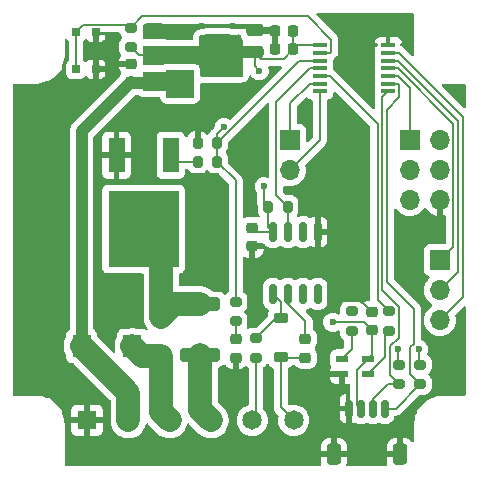
<source format=gtl>
G04 #@! TF.GenerationSoftware,KiCad,Pcbnew,8.0.8*
G04 #@! TF.CreationDate,2025-03-05T20:48:14-06:00*
G04 #@! TF.ProjectId,Incipit11,496e6369-7069-4743-9131-2e6b69636164,A*
G04 #@! TF.SameCoordinates,Original*
G04 #@! TF.FileFunction,Copper,L1,Top*
G04 #@! TF.FilePolarity,Positive*
%FSLAX46Y46*%
G04 Gerber Fmt 4.6, Leading zero omitted, Abs format (unit mm)*
G04 Created by KiCad (PCBNEW 8.0.8) date 2025-03-05 20:48:14*
%MOMM*%
%LPD*%
G01*
G04 APERTURE LIST*
G04 Aperture macros list*
%AMRoundRect*
0 Rectangle with rounded corners*
0 $1 Rounding radius*
0 $2 $3 $4 $5 $6 $7 $8 $9 X,Y pos of 4 corners*
0 Add a 4 corners polygon primitive as box body*
4,1,4,$2,$3,$4,$5,$6,$7,$8,$9,$2,$3,0*
0 Add four circle primitives for the rounded corners*
1,1,$1+$1,$2,$3*
1,1,$1+$1,$4,$5*
1,1,$1+$1,$6,$7*
1,1,$1+$1,$8,$9*
0 Add four rect primitives between the rounded corners*
20,1,$1+$1,$2,$3,$4,$5,0*
20,1,$1+$1,$4,$5,$6,$7,0*
20,1,$1+$1,$6,$7,$8,$9,0*
20,1,$1+$1,$8,$9,$2,$3,0*%
G04 Aperture macros list end*
G04 #@! TA.AperFunction,ComponentPad*
%ADD10R,1.650000X1.650000*%
G04 #@! TD*
G04 #@! TA.AperFunction,ComponentPad*
%ADD11C,1.650000*%
G04 #@! TD*
G04 #@! TA.AperFunction,SMDPad,CuDef*
%ADD12RoundRect,0.225000X-0.375000X0.225000X-0.375000X-0.225000X0.375000X-0.225000X0.375000X0.225000X0*%
G04 #@! TD*
G04 #@! TA.AperFunction,SMDPad,CuDef*
%ADD13R,1.600000X1.900000*%
G04 #@! TD*
G04 #@! TA.AperFunction,SMDPad,CuDef*
%ADD14RoundRect,0.200000X-0.275000X0.200000X-0.275000X-0.200000X0.275000X-0.200000X0.275000X0.200000X0*%
G04 #@! TD*
G04 #@! TA.AperFunction,SMDPad,CuDef*
%ADD15RoundRect,0.200000X0.200000X0.275000X-0.200000X0.275000X-0.200000X-0.275000X0.200000X-0.275000X0*%
G04 #@! TD*
G04 #@! TA.AperFunction,SMDPad,CuDef*
%ADD16RoundRect,0.250000X-1.450000X0.312500X-1.450000X-0.312500X1.450000X-0.312500X1.450000X0.312500X0*%
G04 #@! TD*
G04 #@! TA.AperFunction,SMDPad,CuDef*
%ADD17R,1.400000X3.000000*%
G04 #@! TD*
G04 #@! TA.AperFunction,SMDPad,CuDef*
%ADD18R,6.000000X6.500000*%
G04 #@! TD*
G04 #@! TA.AperFunction,SMDPad,CuDef*
%ADD19RoundRect,0.225000X-0.250000X0.225000X-0.250000X-0.225000X0.250000X-0.225000X0.250000X0.225000X0*%
G04 #@! TD*
G04 #@! TA.AperFunction,SMDPad,CuDef*
%ADD20RoundRect,0.200000X0.275000X-0.200000X0.275000X0.200000X-0.275000X0.200000X-0.275000X-0.200000X0*%
G04 #@! TD*
G04 #@! TA.AperFunction,SMDPad,CuDef*
%ADD21RoundRect,0.225000X-0.225000X-0.250000X0.225000X-0.250000X0.225000X0.250000X-0.225000X0.250000X0*%
G04 #@! TD*
G04 #@! TA.AperFunction,SMDPad,CuDef*
%ADD22RoundRect,0.225000X0.250000X-0.225000X0.250000X0.225000X-0.250000X0.225000X-0.250000X-0.225000X0*%
G04 #@! TD*
G04 #@! TA.AperFunction,SMDPad,CuDef*
%ADD23R,0.650000X0.650000*%
G04 #@! TD*
G04 #@! TA.AperFunction,SMDPad,CuDef*
%ADD24RoundRect,0.250000X0.475000X-0.250000X0.475000X0.250000X-0.475000X0.250000X-0.475000X-0.250000X0*%
G04 #@! TD*
G04 #@! TA.AperFunction,SMDPad,CuDef*
%ADD25RoundRect,0.150000X0.150000X-0.675000X0.150000X0.675000X-0.150000X0.675000X-0.150000X-0.675000X0*%
G04 #@! TD*
G04 #@! TA.AperFunction,SMDPad,CuDef*
%ADD26R,1.473200X0.889000*%
G04 #@! TD*
G04 #@! TA.AperFunction,SMDPad,CuDef*
%ADD27R,1.473200X3.149600*%
G04 #@! TD*
G04 #@! TA.AperFunction,ComponentPad*
%ADD28R,1.700000X1.700000*%
G04 #@! TD*
G04 #@! TA.AperFunction,ComponentPad*
%ADD29O,1.700000X1.700000*%
G04 #@! TD*
G04 #@! TA.AperFunction,SMDPad,CuDef*
%ADD30RoundRect,0.218750X0.256250X-0.218750X0.256250X0.218750X-0.256250X0.218750X-0.256250X-0.218750X0*%
G04 #@! TD*
G04 #@! TA.AperFunction,SMDPad,CuDef*
%ADD31RoundRect,0.150000X-0.150000X-0.625000X0.150000X-0.625000X0.150000X0.625000X-0.150000X0.625000X0*%
G04 #@! TD*
G04 #@! TA.AperFunction,SMDPad,CuDef*
%ADD32RoundRect,0.250000X-0.350000X-0.650000X0.350000X-0.650000X0.350000X0.650000X-0.350000X0.650000X0*%
G04 #@! TD*
G04 #@! TA.AperFunction,SMDPad,CuDef*
%ADD33R,1.308100X0.355600*%
G04 #@! TD*
G04 #@! TA.AperFunction,SMDPad,CuDef*
%ADD34R,1.000000X0.600000*%
G04 #@! TD*
G04 #@! TA.AperFunction,SMDPad,CuDef*
%ADD35RoundRect,0.225000X0.375000X-0.225000X0.375000X0.225000X-0.375000X0.225000X-0.375000X-0.225000X0*%
G04 #@! TD*
G04 #@! TA.AperFunction,ViaPad*
%ADD36C,0.600000*%
G04 #@! TD*
G04 #@! TA.AperFunction,Conductor*
%ADD37C,0.200000*%
G04 #@! TD*
G04 #@! TA.AperFunction,Conductor*
%ADD38C,1.000000*%
G04 #@! TD*
G04 #@! TA.AperFunction,Conductor*
%ADD39C,2.000000*%
G04 #@! TD*
G04 #@! TA.AperFunction,Conductor*
%ADD40C,0.450000*%
G04 #@! TD*
G04 APERTURE END LIST*
D10*
X76800000Y-105000000D03*
D11*
X80300000Y-105000000D03*
X83800000Y-105000000D03*
X87300000Y-105000000D03*
X90800000Y-105000000D03*
X94300000Y-105000000D03*
D12*
X93200000Y-96350000D03*
X93200000Y-99650000D03*
D13*
X80645000Y-98700000D03*
X76345000Y-98700000D03*
D14*
X103200000Y-100275000D03*
X103200000Y-101925000D03*
X99200000Y-95775000D03*
X99200000Y-97425000D03*
D15*
X87825000Y-81500000D03*
X86175000Y-81500000D03*
X93795000Y-86900000D03*
X92145000Y-86900000D03*
D16*
X86400000Y-95162500D03*
X86400000Y-99437500D03*
D14*
X80500000Y-71750000D03*
X80500000Y-73400000D03*
D15*
X87825000Y-83100000D03*
X86175000Y-83100000D03*
D17*
X83900000Y-82550000D03*
X79300000Y-82550000D03*
D18*
X81600000Y-88800000D03*
D19*
X90770000Y-88725000D03*
X90770000Y-90275000D03*
D20*
X102400000Y-97425000D03*
X102400000Y-95775000D03*
D21*
X92725000Y-72000000D03*
X94275000Y-72000000D03*
D22*
X100900000Y-97375000D03*
X100900000Y-95825000D03*
D23*
X75875000Y-75275000D03*
X75875000Y-72125000D03*
X77525000Y-75275000D03*
X77525000Y-72125000D03*
D24*
X91000000Y-73850000D03*
X91000000Y-71950000D03*
D25*
X92530000Y-94300000D03*
X93800000Y-94300000D03*
X95070000Y-94300000D03*
X96340000Y-94300000D03*
X96340000Y-89050000D03*
X95070000Y-89050000D03*
X93800000Y-89050000D03*
X92530000Y-89050000D03*
D14*
X105000000Y-100275000D03*
X105000000Y-101925000D03*
D21*
X92725000Y-73600000D03*
X94275000Y-73600000D03*
D26*
X82436100Y-71788600D03*
X82436100Y-74100000D03*
X82436100Y-76411400D03*
D27*
X88963900Y-74100000D03*
D28*
X93980000Y-81280000D03*
D29*
X93980000Y-83820000D03*
D22*
X80500000Y-76375000D03*
X80500000Y-74825000D03*
D30*
X95300000Y-99700000D03*
X95300000Y-98125000D03*
X89400000Y-99700000D03*
X89400000Y-98125000D03*
D28*
X106680000Y-91440000D03*
D29*
X106680000Y-93980000D03*
X106680000Y-96520000D03*
D14*
X89400000Y-94975000D03*
X89400000Y-96625000D03*
D31*
X99000000Y-104000000D03*
X100000000Y-104000000D03*
X101000000Y-104000000D03*
X102000000Y-104000000D03*
D32*
X97700000Y-107875000D03*
X103300000Y-107875000D03*
D14*
X91100000Y-98050000D03*
X91100000Y-99700000D03*
D33*
X96498050Y-73249999D03*
X96498050Y-73900000D03*
X96498050Y-74550001D03*
X96498050Y-75200000D03*
X96498050Y-75849999D03*
X96498050Y-76500000D03*
X96498050Y-77149999D03*
X102301950Y-77150001D03*
X102301950Y-76500000D03*
X102301950Y-75850001D03*
X102301950Y-75200000D03*
X102301950Y-74550001D03*
X102301950Y-73900000D03*
X102301950Y-73250001D03*
D34*
X98400000Y-99800000D03*
X98400000Y-101100000D03*
X100600000Y-101100000D03*
X100600000Y-99800000D03*
D35*
X83100000Y-99550000D03*
X83100000Y-96250000D03*
D28*
X104140000Y-81280000D03*
D29*
X106680000Y-81280000D03*
X104140000Y-83820000D03*
X106680000Y-83820000D03*
X104140000Y-86360000D03*
X106680000Y-86360000D03*
D36*
X104900000Y-99000000D03*
X103100000Y-99000000D03*
X91400000Y-75400000D03*
X91800000Y-85200000D03*
X97600000Y-96700000D03*
X108100000Y-77400000D03*
X95300000Y-78600000D03*
X98000000Y-71200000D03*
X71600000Y-77400000D03*
X81600000Y-82600000D03*
X96200000Y-96700000D03*
X87900000Y-93000000D03*
X104000000Y-73100000D03*
X97800000Y-94900000D03*
X78800000Y-73700000D03*
X90200000Y-82300000D03*
X86500000Y-71600000D03*
X100400000Y-76900000D03*
X77700000Y-82600000D03*
X107300000Y-101100000D03*
X89200000Y-71600000D03*
X100500000Y-107800000D03*
X80900000Y-79200000D03*
X98100000Y-78600000D03*
X89900000Y-77100000D03*
X80800000Y-96400000D03*
X88400000Y-80200000D03*
D37*
X97600000Y-96700000D02*
X100225000Y-96700000D01*
X103100000Y-100175000D02*
X103200000Y-100275000D01*
X104900000Y-100175000D02*
X105000000Y-100275000D01*
X91095000Y-89050000D02*
X90770000Y-88725000D01*
X92145000Y-88665000D02*
X92530000Y-89050000D01*
X104900000Y-99000000D02*
X104900000Y-100175000D01*
X81200000Y-74100000D02*
X80500000Y-73400000D01*
X82436100Y-74100000D02*
X81200000Y-74100000D01*
X92530000Y-89050000D02*
X91095000Y-89050000D01*
X100900000Y-97375000D02*
X100900000Y-99500000D01*
X103100000Y-99000000D02*
X103100000Y-100175000D01*
X91800000Y-86555000D02*
X92145000Y-86900000D01*
X91800000Y-85200000D02*
X91800000Y-86555000D01*
X91000000Y-73850000D02*
X91525000Y-74375000D01*
X99700000Y-103700000D02*
X100000000Y-104000000D01*
X100600000Y-99800000D02*
X99700000Y-100700000D01*
X92145000Y-86900000D02*
X92145000Y-88665000D01*
X94275000Y-73600000D02*
X94275000Y-72000000D01*
X91000000Y-75000000D02*
X91400000Y-75400000D01*
X99700000Y-100700000D02*
X99700000Y-103700000D01*
D38*
X91000000Y-73850000D02*
X89213900Y-73850000D01*
D37*
X100225000Y-96700000D02*
X100900000Y-97375000D01*
X94625001Y-73249999D02*
X96498050Y-73249999D01*
D38*
X89213900Y-73850000D02*
X88963900Y-74100000D01*
D37*
X93500000Y-74375000D02*
X94275000Y-73600000D01*
X100900000Y-99500000D02*
X100600000Y-99800000D01*
X91000000Y-73850000D02*
X91000000Y-75000000D01*
X94275000Y-73600000D02*
X94625001Y-73249999D01*
X91525000Y-74375000D02*
X93500000Y-74375000D01*
X91100000Y-98050000D02*
X92800000Y-96350000D01*
X93200000Y-94970000D02*
X92530000Y-94300000D01*
X93200000Y-96350000D02*
X93200000Y-94970000D01*
X92800000Y-96350000D02*
X93200000Y-96350000D01*
X93800000Y-95124999D02*
X93800000Y-94300000D01*
X95300000Y-96624999D02*
X93800000Y-95124999D01*
X95300000Y-98125000D02*
X95300000Y-96624999D01*
D39*
X83100000Y-99550000D02*
X81495000Y-99550000D01*
X83100000Y-104300000D02*
X83800000Y-105000000D01*
X83100000Y-99550000D02*
X83100000Y-104300000D01*
X81495000Y-99550000D02*
X80645000Y-98700000D01*
D37*
X89400000Y-98125000D02*
X89400000Y-96625000D01*
D39*
X86400000Y-104100000D02*
X87300000Y-105000000D01*
X86400000Y-99437500D02*
X86400000Y-104100000D01*
D37*
X102301950Y-77150001D02*
X101800000Y-77651951D01*
X101800000Y-77651951D02*
X101800000Y-93987352D01*
X102450000Y-98730761D02*
X102450000Y-99837352D01*
X101800000Y-93987352D02*
X103175000Y-95362352D01*
X102300001Y-101925000D02*
X103200000Y-101925000D01*
X103175000Y-95362352D02*
X103175000Y-98005761D01*
X102425000Y-101150000D02*
X103200000Y-101925000D01*
X101000000Y-103225001D02*
X102300001Y-101925000D01*
X102450000Y-99837352D02*
X102425000Y-99862352D01*
X103175000Y-98005761D02*
X102450000Y-98730761D01*
X101000000Y-104000000D02*
X101000000Y-103225001D01*
X102425000Y-99862352D02*
X102425000Y-101150000D01*
X93795000Y-86900000D02*
X92830000Y-85935000D01*
X93800000Y-89050000D02*
X93800000Y-86905000D01*
X92830000Y-78014000D02*
X95644000Y-75200000D01*
X93800000Y-86905000D02*
X93795000Y-86900000D01*
X92830000Y-85935000D02*
X92830000Y-78014000D01*
X95644000Y-75200000D02*
X96498050Y-75200000D01*
X104450000Y-98530761D02*
X104450000Y-95550000D01*
X104150000Y-101075000D02*
X104150000Y-98830761D01*
X103256000Y-77627801D02*
X103256000Y-76600000D01*
X102200000Y-93300000D02*
X102200000Y-78683801D01*
X103156000Y-76500000D02*
X102301950Y-76500000D01*
X104150000Y-98830761D02*
X104450000Y-98530761D01*
X102200000Y-78683801D02*
X103256000Y-77627801D01*
X102925000Y-104000000D02*
X105000000Y-101925000D01*
X105000000Y-101925000D02*
X104150000Y-101075000D01*
X103256000Y-76600000D02*
X103156000Y-76500000D01*
X102000000Y-104000000D02*
X102925000Y-104000000D01*
X104450000Y-95550000D02*
X102200000Y-93300000D01*
X103156000Y-75850001D02*
X104140000Y-76834001D01*
X104140000Y-76834001D02*
X104140000Y-81280000D01*
X102301950Y-75850001D02*
X103156000Y-75850001D01*
D39*
X80300000Y-105000000D02*
X80300000Y-102655000D01*
D38*
X80500000Y-76375000D02*
X76345000Y-80530000D01*
X80536400Y-76411400D02*
X80500000Y-76375000D01*
X82436100Y-76411400D02*
X80536400Y-76411400D01*
D39*
X80300000Y-102655000D02*
X76345000Y-98700000D01*
D38*
X76345000Y-80530000D02*
X76345000Y-98700000D01*
D37*
X92725000Y-73600000D02*
X92725000Y-72000000D01*
D40*
X89200000Y-71600000D02*
X90650000Y-71600000D01*
D37*
X99975000Y-94900000D02*
X97800000Y-94900000D01*
X77525000Y-72125000D02*
X77525000Y-75275000D01*
X100900000Y-95825000D02*
X99975000Y-94900000D01*
D40*
X90650000Y-71600000D02*
X91000000Y-71950000D01*
D37*
X93250000Y-99700000D02*
X93200000Y-99650000D01*
X93200000Y-99650000D02*
X93200000Y-103900000D01*
X93200000Y-103900000D02*
X94300000Y-105000000D01*
X95300000Y-99700000D02*
X93250000Y-99700000D01*
X91100000Y-104700000D02*
X90800000Y-105000000D01*
X91100000Y-99700000D02*
X91100000Y-104700000D01*
X84450000Y-83100000D02*
X83900000Y-82550000D01*
X86175000Y-83100000D02*
X84450000Y-83100000D01*
X87825000Y-81500000D02*
X94774999Y-74550001D01*
X87825000Y-83100000D02*
X87825000Y-81500000D01*
X89400000Y-94975000D02*
X89400000Y-84675000D01*
X87825000Y-81500000D02*
X87825000Y-80775000D01*
X94774999Y-74550001D02*
X96498050Y-74550001D01*
X89400000Y-84675000D02*
X87825000Y-83100000D01*
X87825000Y-80775000D02*
X88400000Y-80200000D01*
X97452100Y-73800000D02*
X97452100Y-72772199D01*
X97352100Y-73900000D02*
X97452100Y-73800000D01*
X75875000Y-75275000D02*
X75875000Y-72125000D01*
X81450000Y-70800000D02*
X80500000Y-71750000D01*
X97452100Y-72772199D02*
X95479901Y-70800000D01*
X80250000Y-71500000D02*
X76500000Y-71500000D01*
X80500000Y-71750000D02*
X80250000Y-71500000D01*
X95479901Y-70800000D02*
X81450000Y-70800000D01*
X76500000Y-71500000D02*
X75875000Y-72125000D01*
X96498050Y-73900000D02*
X97352100Y-73900000D01*
X95644000Y-76500000D02*
X93980000Y-78164000D01*
X96498050Y-76500000D02*
X95644000Y-76500000D01*
X93980000Y-78164000D02*
X93980000Y-81280000D01*
X96498050Y-81301950D02*
X93980000Y-83820000D01*
X96498050Y-77149999D02*
X96498050Y-81301950D01*
D39*
X86400000Y-95162500D02*
X84187500Y-95162500D01*
X84187500Y-95162500D02*
X83100000Y-96250000D01*
X83100000Y-96250000D02*
X83100000Y-90300000D01*
X83100000Y-90300000D02*
X81600000Y-88800000D01*
D37*
X108230000Y-79624001D02*
X103156000Y-74550001D01*
X106680000Y-93980000D02*
X108230000Y-92430000D01*
X108230000Y-92430000D02*
X108230000Y-79624001D01*
X103156000Y-74550001D02*
X102301950Y-74550001D01*
X106680000Y-91440000D02*
X107830000Y-90290000D01*
X107830000Y-79874000D02*
X103156000Y-75200000D01*
X103156000Y-75200000D02*
X102301950Y-75200000D01*
X107830000Y-90290000D02*
X107830000Y-79874000D01*
X108630000Y-79319824D02*
X103210176Y-73900000D01*
X108630000Y-94570000D02*
X108630000Y-79319824D01*
X103210176Y-73900000D02*
X102301950Y-73900000D01*
X106680000Y-96520000D02*
X108630000Y-94570000D01*
X102400000Y-97425000D02*
X102050000Y-97775000D01*
X102050000Y-97775000D02*
X102050000Y-99650000D01*
X102050000Y-99650000D02*
X100600000Y-101100000D01*
X99200000Y-97425000D02*
X99200000Y-99000000D01*
X99200000Y-99000000D02*
X98400000Y-99800000D01*
X101400000Y-79897899D02*
X101400000Y-94775000D01*
X97352100Y-75849999D02*
X101400000Y-79897899D01*
X96498050Y-75849999D02*
X97352100Y-75849999D01*
X101400000Y-94775000D02*
X102400000Y-95775000D01*
G04 #@! TA.AperFunction,Conductor*
G36*
X88839685Y-72319007D02*
G01*
X88850478Y-72325789D01*
X89020745Y-72385368D01*
X89020750Y-72385369D01*
X89199996Y-72405565D01*
X89200000Y-72405565D01*
X89200004Y-72405565D01*
X89379249Y-72385369D01*
X89379251Y-72385368D01*
X89379255Y-72385368D01*
X89379258Y-72385366D01*
X89379262Y-72385366D01*
X89530461Y-72332459D01*
X89571416Y-72325500D01*
X89686415Y-72325500D01*
X89753454Y-72345185D01*
X89799209Y-72397989D01*
X89804121Y-72410496D01*
X89840185Y-72519331D01*
X89840187Y-72519336D01*
X89932289Y-72668657D01*
X89963681Y-72700049D01*
X89997166Y-72761372D01*
X90000000Y-72787730D01*
X90000000Y-75776000D01*
X89980315Y-75843039D01*
X89927511Y-75888794D01*
X89876000Y-75900000D01*
X86529500Y-75900000D01*
X86462461Y-75880315D01*
X86416706Y-75827511D01*
X86405500Y-75776000D01*
X86405500Y-75424010D01*
X86405500Y-75424000D01*
X86393947Y-75316544D01*
X86382741Y-75265033D01*
X86382637Y-75264722D01*
X86348616Y-75162502D01*
X86348614Y-75162498D01*
X86319684Y-75117482D01*
X86300000Y-75050443D01*
X86300000Y-74900000D01*
X86155501Y-74900000D01*
X86103989Y-74888794D01*
X86022079Y-74851386D01*
X85985462Y-74834663D01*
X85918417Y-74814976D01*
X85856347Y-74806052D01*
X85776000Y-74794500D01*
X83624000Y-74794500D01*
X83623991Y-74794500D01*
X83623990Y-74794501D01*
X83516549Y-74806052D01*
X83516537Y-74806054D01*
X83465027Y-74817260D01*
X83362497Y-74851385D01*
X83362495Y-74851386D01*
X83317485Y-74880314D01*
X83250446Y-74900000D01*
X81624000Y-74900000D01*
X81556961Y-74880315D01*
X81511206Y-74827511D01*
X81500000Y-74776000D01*
X81500000Y-73424000D01*
X81519685Y-73356961D01*
X81572489Y-73311206D01*
X81624000Y-73300000D01*
X86300000Y-73300000D01*
X86300000Y-72521786D01*
X86319685Y-72454747D01*
X86372489Y-72408992D01*
X86437882Y-72398566D01*
X86471897Y-72402398D01*
X86499998Y-72405565D01*
X86500000Y-72405565D01*
X86500004Y-72405565D01*
X86679249Y-72385369D01*
X86679252Y-72385368D01*
X86679255Y-72385368D01*
X86849522Y-72325789D01*
X86860315Y-72319006D01*
X86926289Y-72300000D01*
X88773711Y-72300000D01*
X88839685Y-72319007D01*
G37*
G04 #@! TD.AperFunction*
G04 #@! TA.AperFunction,Conductor*
G36*
X85843039Y-75319685D02*
G01*
X85888794Y-75372489D01*
X85900000Y-75424000D01*
X85900000Y-77576000D01*
X85880315Y-77643039D01*
X85827511Y-77688794D01*
X85776000Y-77700000D01*
X83624000Y-77700000D01*
X83556961Y-77680315D01*
X83511206Y-77627511D01*
X83500000Y-77576000D01*
X83500000Y-77100000D01*
X81624000Y-77100000D01*
X81556961Y-77080315D01*
X81511206Y-77027511D01*
X81500000Y-76976000D01*
X81500000Y-75624000D01*
X81519685Y-75556961D01*
X81572489Y-75511206D01*
X81624000Y-75500000D01*
X83500000Y-75500000D01*
X83500000Y-75424000D01*
X83519685Y-75356961D01*
X83572489Y-75311206D01*
X83624000Y-75300000D01*
X85776000Y-75300000D01*
X85843039Y-75319685D01*
G37*
G04 #@! TD.AperFunction*
G04 #@! TA.AperFunction,Conductor*
G36*
X85900000Y-72175025D02*
G01*
X85894433Y-72181450D01*
X85894430Y-72181454D01*
X85834664Y-72312320D01*
X85814976Y-72379368D01*
X85794500Y-72521787D01*
X85794500Y-72670500D01*
X85774815Y-72737539D01*
X85722011Y-72783294D01*
X85670500Y-72794500D01*
X83500000Y-72794500D01*
X83500000Y-72700000D01*
X81500000Y-72700000D01*
X81500000Y-71599235D01*
X81662416Y-71436819D01*
X81723739Y-71403334D01*
X81750097Y-71400500D01*
X85900000Y-71400500D01*
X85900000Y-72175025D01*
G37*
G04 #@! TD.AperFunction*
G04 #@! TA.AperFunction,Conductor*
G36*
X79513973Y-72120185D02*
G01*
X79559728Y-72172989D01*
X79565319Y-72187610D01*
X79581520Y-72239602D01*
X79581521Y-72239604D01*
X79581522Y-72239606D01*
X79666013Y-72379370D01*
X79669530Y-72385188D01*
X79771661Y-72487319D01*
X79805146Y-72548642D01*
X79800162Y-72618334D01*
X79771661Y-72662681D01*
X79669531Y-72764810D01*
X79669530Y-72764811D01*
X79581522Y-72910393D01*
X79530913Y-73072807D01*
X79525782Y-73129275D01*
X79524500Y-73143384D01*
X79524500Y-73656616D01*
X79526110Y-73674336D01*
X79530913Y-73727192D01*
X79530913Y-73727194D01*
X79530914Y-73727196D01*
X79581522Y-73889606D01*
X79668484Y-74033458D01*
X79686320Y-74101011D01*
X79667905Y-74162704D01*
X79588457Y-74291507D01*
X79588452Y-74291518D01*
X79535144Y-74452393D01*
X79525000Y-74551677D01*
X79525000Y-74575000D01*
X80376000Y-74575000D01*
X80443039Y-74594685D01*
X80488794Y-74647489D01*
X80500000Y-74699000D01*
X80500000Y-74951000D01*
X80480315Y-75018039D01*
X80427511Y-75063794D01*
X80376000Y-75075000D01*
X79525001Y-75075000D01*
X79525001Y-75098322D01*
X79535144Y-75197607D01*
X79588452Y-75358481D01*
X79588457Y-75358492D01*
X79677424Y-75502728D01*
X79677427Y-75502732D01*
X79686660Y-75511965D01*
X79720145Y-75573288D01*
X79715161Y-75642980D01*
X79686663Y-75687324D01*
X79677033Y-75696953D01*
X79677031Y-75696956D01*
X79587999Y-75841297D01*
X79587995Y-75841306D01*
X79581986Y-75859441D01*
X79551962Y-75908115D01*
X76611915Y-78848164D01*
X75707220Y-79752859D01*
X75707218Y-79752861D01*
X75654579Y-79805500D01*
X75567859Y-79892219D01*
X75458371Y-80056079D01*
X75458366Y-80056089D01*
X75405038Y-80184835D01*
X75382950Y-80238158D01*
X75382948Y-80238166D01*
X75382042Y-80242723D01*
X75382041Y-80242728D01*
X75344500Y-80431456D01*
X75344500Y-97212819D01*
X75324815Y-97279858D01*
X75294812Y-97312085D01*
X75187452Y-97392455D01*
X75101206Y-97507664D01*
X75101202Y-97507671D01*
X75050908Y-97642517D01*
X75046705Y-97681616D01*
X75044501Y-97702123D01*
X75044500Y-97702135D01*
X75044500Y-97917468D01*
X75030985Y-97973763D01*
X74954434Y-98124003D01*
X74881446Y-98348631D01*
X74844500Y-98581902D01*
X74844500Y-98818097D01*
X74881447Y-99051369D01*
X74881447Y-99051372D01*
X74954430Y-99275988D01*
X74954430Y-99275989D01*
X75030985Y-99426238D01*
X75044500Y-99482531D01*
X75044500Y-99697869D01*
X75044501Y-99697876D01*
X75050908Y-99757483D01*
X75101202Y-99892328D01*
X75101206Y-99892335D01*
X75187452Y-100007544D01*
X75187455Y-100007547D01*
X75302664Y-100093793D01*
X75302671Y-100093797D01*
X75347618Y-100110561D01*
X75437517Y-100144091D01*
X75497127Y-100150500D01*
X75622109Y-100150499D01*
X75689149Y-100170183D01*
X75709791Y-100186818D01*
X78763181Y-103240208D01*
X78796666Y-103301531D01*
X78799500Y-103327889D01*
X78799500Y-105118097D01*
X78836446Y-105351368D01*
X78909433Y-105575996D01*
X79016657Y-105786433D01*
X79155483Y-105977510D01*
X79322490Y-106144517D01*
X79513567Y-106283343D01*
X79582755Y-106318596D01*
X79724003Y-106390566D01*
X79724005Y-106390566D01*
X79724008Y-106390568D01*
X79844412Y-106429689D01*
X79948631Y-106463553D01*
X80181903Y-106500500D01*
X80181908Y-106500500D01*
X80418097Y-106500500D01*
X80651368Y-106463553D01*
X80651374Y-106463551D01*
X80875992Y-106390568D01*
X81086433Y-106283343D01*
X81277510Y-106144517D01*
X81444517Y-105977510D01*
X81583343Y-105786433D01*
X81690568Y-105575992D01*
X81741835Y-105418206D01*
X81765059Y-105346734D01*
X81766311Y-105347141D01*
X81798086Y-105291767D01*
X81860104Y-105259587D01*
X81929674Y-105266043D01*
X81971575Y-105293602D01*
X82822490Y-106144517D01*
X83013566Y-106283343D01*
X83082754Y-106318596D01*
X83224006Y-106390568D01*
X83224009Y-106390569D01*
X83336319Y-106427060D01*
X83448631Y-106463552D01*
X83556673Y-106480663D01*
X83681903Y-106500499D01*
X83681908Y-106500499D01*
X83918096Y-106500499D01*
X84031183Y-106482587D01*
X84151368Y-106463552D01*
X84375992Y-106390568D01*
X84586433Y-106283343D01*
X84777510Y-106144517D01*
X84944517Y-105977510D01*
X85083343Y-105786433D01*
X85190568Y-105575992D01*
X85263552Y-105351368D01*
X85265058Y-105346734D01*
X85266310Y-105347140D01*
X85298085Y-105291766D01*
X85360103Y-105259586D01*
X85429673Y-105266042D01*
X85471574Y-105293601D01*
X86322490Y-106144517D01*
X86513566Y-106283343D01*
X86724008Y-106390568D01*
X86724010Y-106390569D01*
X86836319Y-106427060D01*
X86948631Y-106463552D01*
X87181908Y-106500500D01*
X87181909Y-106500500D01*
X87418091Y-106500500D01*
X87418092Y-106500500D01*
X87651368Y-106463552D01*
X87875992Y-106390568D01*
X88086433Y-106283343D01*
X88277510Y-106144517D01*
X88444517Y-105977510D01*
X88583343Y-105786433D01*
X88690568Y-105575992D01*
X88763552Y-105351368D01*
X88800500Y-105118092D01*
X88800500Y-104881908D01*
X88763552Y-104648631D01*
X88708930Y-104480520D01*
X88690569Y-104424010D01*
X88690567Y-104424007D01*
X88672010Y-104387585D01*
X88583343Y-104213566D01*
X88444517Y-104022490D01*
X87936819Y-103514792D01*
X87903334Y-103453469D01*
X87900500Y-103427111D01*
X87900500Y-100612162D01*
X87920185Y-100545123D01*
X87972989Y-100499368D01*
X87998552Y-100490907D01*
X88002788Y-100489999D01*
X88002797Y-100489999D01*
X88169334Y-100434814D01*
X88318656Y-100342712D01*
X88357516Y-100303852D01*
X88418839Y-100270367D01*
X88488531Y-100275351D01*
X88544464Y-100317223D01*
X88550735Y-100326436D01*
X88576110Y-100367575D01*
X88576113Y-100367579D01*
X88694919Y-100486385D01*
X88837922Y-100574591D01*
X88837927Y-100574593D01*
X88997416Y-100627442D01*
X89095855Y-100637499D01*
X89149999Y-100637498D01*
X89150000Y-100637498D01*
X89150000Y-99824000D01*
X89169685Y-99756961D01*
X89222489Y-99711206D01*
X89274000Y-99700000D01*
X89526000Y-99700000D01*
X89593039Y-99719685D01*
X89638794Y-99772489D01*
X89650000Y-99824000D01*
X89650000Y-100637499D01*
X89704136Y-100637499D01*
X89704152Y-100637498D01*
X89802583Y-100627443D01*
X89962072Y-100574593D01*
X89962077Y-100574591D01*
X90105077Y-100486387D01*
X90175222Y-100416242D01*
X90236545Y-100382757D01*
X90306237Y-100387741D01*
X90350586Y-100416243D01*
X90389811Y-100455468D01*
X90389811Y-100455469D01*
X90389813Y-100455470D01*
X90389815Y-100455472D01*
X90439650Y-100485598D01*
X90486838Y-100537126D01*
X90499500Y-100591715D01*
X90499500Y-103613112D01*
X90479815Y-103680151D01*
X90427011Y-103725906D01*
X90407595Y-103732886D01*
X90344921Y-103749680D01*
X90134718Y-103847699D01*
X90134714Y-103847701D01*
X89944735Y-103980726D01*
X89944729Y-103980731D01*
X89780731Y-104144729D01*
X89780726Y-104144735D01*
X89647701Y-104334714D01*
X89647699Y-104334718D01*
X89549681Y-104544917D01*
X89489651Y-104768948D01*
X89489650Y-104768955D01*
X89469437Y-104999998D01*
X89469437Y-105000001D01*
X89489650Y-105231044D01*
X89489651Y-105231051D01*
X89549678Y-105455074D01*
X89549679Y-105455076D01*
X89549680Y-105455079D01*
X89647699Y-105665282D01*
X89780730Y-105855269D01*
X89944731Y-106019270D01*
X90134718Y-106152301D01*
X90344921Y-106250320D01*
X90568950Y-106310349D01*
X90733985Y-106324787D01*
X90799998Y-106330563D01*
X90800000Y-106330563D01*
X90800002Y-106330563D01*
X90863586Y-106325000D01*
X91031050Y-106310349D01*
X91255079Y-106250320D01*
X91465282Y-106152301D01*
X91655269Y-106019270D01*
X91819270Y-105855269D01*
X91952301Y-105665282D01*
X92050320Y-105455079D01*
X92110349Y-105231050D01*
X92130563Y-105000000D01*
X92110349Y-104768950D01*
X92050320Y-104544921D01*
X91952301Y-104334719D01*
X91952299Y-104334716D01*
X91952298Y-104334714D01*
X91819273Y-104144735D01*
X91819268Y-104144729D01*
X91736819Y-104062280D01*
X91703334Y-104000957D01*
X91700500Y-103974599D01*
X91700500Y-100591715D01*
X91720185Y-100524676D01*
X91760349Y-100485598D01*
X91810185Y-100455472D01*
X91930472Y-100335185D01*
X91986763Y-100242067D01*
X92038290Y-100194882D01*
X92107149Y-100183043D01*
X92171478Y-100210312D01*
X92198417Y-100241122D01*
X92252029Y-100328040D01*
X92252032Y-100328044D01*
X92371955Y-100447967D01*
X92371959Y-100447970D01*
X92516302Y-100537003D01*
X92522853Y-100540058D01*
X92522101Y-100541669D01*
X92571943Y-100576173D01*
X92598771Y-100640687D01*
X92599500Y-100654113D01*
X92599500Y-103813330D01*
X92599499Y-103813348D01*
X92599499Y-103979054D01*
X92599498Y-103979054D01*
X92605109Y-103999994D01*
X92639182Y-104127155D01*
X92640424Y-104131787D01*
X92654114Y-104155498D01*
X92654115Y-104155500D01*
X92719477Y-104268712D01*
X92719481Y-104268717D01*
X92838349Y-104387585D01*
X92838355Y-104387590D01*
X92987646Y-104536881D01*
X93021131Y-104598204D01*
X93019740Y-104656655D01*
X92989652Y-104768944D01*
X92989650Y-104768955D01*
X92969437Y-104999998D01*
X92969437Y-105000001D01*
X92989650Y-105231044D01*
X92989651Y-105231051D01*
X93049678Y-105455074D01*
X93049679Y-105455076D01*
X93049680Y-105455079D01*
X93147699Y-105665282D01*
X93280730Y-105855269D01*
X93444731Y-106019270D01*
X93634718Y-106152301D01*
X93844921Y-106250320D01*
X94068950Y-106310349D01*
X94233985Y-106324787D01*
X94299998Y-106330563D01*
X94300000Y-106330563D01*
X94300002Y-106330563D01*
X94363586Y-106325000D01*
X94531050Y-106310349D01*
X94755079Y-106250320D01*
X94965282Y-106152301D01*
X95155269Y-106019270D01*
X95319270Y-105855269D01*
X95452301Y-105665282D01*
X95550320Y-105455079D01*
X95610349Y-105231050D01*
X95630563Y-105000000D01*
X95610349Y-104768950D01*
X95589368Y-104690649D01*
X98200000Y-104690649D01*
X98202899Y-104727489D01*
X98202900Y-104727495D01*
X98248716Y-104885193D01*
X98248717Y-104885196D01*
X98332314Y-105026552D01*
X98332321Y-105026561D01*
X98448438Y-105142678D01*
X98448447Y-105142685D01*
X98589801Y-105226281D01*
X98747514Y-105272100D01*
X98747511Y-105272100D01*
X98749998Y-105272295D01*
X98750000Y-105272295D01*
X98750000Y-104250000D01*
X98200000Y-104250000D01*
X98200000Y-104690649D01*
X95589368Y-104690649D01*
X95550320Y-104544921D01*
X95452301Y-104334719D01*
X95452299Y-104334716D01*
X95452298Y-104334714D01*
X95319273Y-104144735D01*
X95319268Y-104144729D01*
X95155269Y-103980730D01*
X95146513Y-103974599D01*
X94965282Y-103847699D01*
X94755079Y-103749680D01*
X94755076Y-103749679D01*
X94755074Y-103749678D01*
X94531051Y-103689651D01*
X94531044Y-103689650D01*
X94300002Y-103669437D01*
X94299998Y-103669437D01*
X94068955Y-103689650D01*
X94068944Y-103689652D01*
X93956655Y-103719740D01*
X93886805Y-103718077D01*
X93836881Y-103687646D01*
X93836819Y-103687584D01*
X93803334Y-103626261D01*
X93800500Y-103599903D01*
X93800500Y-103309350D01*
X98200000Y-103309350D01*
X98200000Y-103750000D01*
X98750000Y-103750000D01*
X98750000Y-102727703D01*
X98747503Y-102727900D01*
X98589806Y-102773716D01*
X98589803Y-102773717D01*
X98448447Y-102857314D01*
X98448438Y-102857321D01*
X98332321Y-102973438D01*
X98332314Y-102973447D01*
X98248717Y-103114803D01*
X98248716Y-103114806D01*
X98202900Y-103272504D01*
X98202899Y-103272510D01*
X98200000Y-103309350D01*
X93800500Y-103309350D01*
X93800500Y-101447844D01*
X97400000Y-101447844D01*
X97406401Y-101507372D01*
X97406403Y-101507379D01*
X97456645Y-101642086D01*
X97456649Y-101642093D01*
X97542809Y-101757187D01*
X97542812Y-101757190D01*
X97657906Y-101843350D01*
X97657913Y-101843354D01*
X97792620Y-101893596D01*
X97792627Y-101893598D01*
X97852155Y-101899999D01*
X97852172Y-101900000D01*
X98150000Y-101900000D01*
X98150000Y-101350000D01*
X97400000Y-101350000D01*
X97400000Y-101447844D01*
X93800500Y-101447844D01*
X93800500Y-100654113D01*
X93820185Y-100587074D01*
X93872989Y-100541319D01*
X93882199Y-100537701D01*
X93883697Y-100537003D01*
X93927733Y-100509841D01*
X94028044Y-100447968D01*
X94139193Y-100336819D01*
X94200516Y-100303334D01*
X94226874Y-100300500D01*
X94364945Y-100300500D01*
X94431984Y-100320185D01*
X94470483Y-100359403D01*
X94475716Y-100367887D01*
X94475719Y-100367891D01*
X94594608Y-100486780D01*
X94594612Y-100486783D01*
X94737704Y-100575044D01*
X94737707Y-100575045D01*
X94737713Y-100575049D01*
X94897315Y-100627936D01*
X94995826Y-100638000D01*
X94995831Y-100638000D01*
X95604169Y-100638000D01*
X95604174Y-100638000D01*
X95702685Y-100627936D01*
X95862287Y-100575049D01*
X96005391Y-100486781D01*
X96124281Y-100367891D01*
X96212549Y-100224787D01*
X96265436Y-100065185D01*
X96275500Y-99966674D01*
X96275500Y-99433326D01*
X96265436Y-99334815D01*
X96212549Y-99175213D01*
X96212545Y-99175207D01*
X96212544Y-99175204D01*
X96124283Y-99032112D01*
X96124280Y-99032108D01*
X96092353Y-99000181D01*
X96058868Y-98938858D01*
X96063852Y-98869166D01*
X96092353Y-98824819D01*
X96099080Y-98818092D01*
X96124281Y-98792891D01*
X96212549Y-98649787D01*
X96265436Y-98490185D01*
X96275500Y-98391674D01*
X96275500Y-97858326D01*
X96265436Y-97759815D01*
X96212549Y-97600213D01*
X96212545Y-97600207D01*
X96212544Y-97600204D01*
X96124283Y-97457112D01*
X96124280Y-97457108D01*
X96005390Y-97338218D01*
X95959402Y-97309852D01*
X95912678Y-97257903D01*
X95900500Y-97204314D01*
X95900500Y-96545941D01*
X95893748Y-96520745D01*
X95893747Y-96520741D01*
X95879673Y-96468215D01*
X95859577Y-96393215D01*
X95823823Y-96331286D01*
X95780524Y-96256289D01*
X95780521Y-96256285D01*
X95780520Y-96256283D01*
X95668716Y-96144479D01*
X95668715Y-96144478D01*
X95664385Y-96140148D01*
X95664374Y-96140138D01*
X95334656Y-95810420D01*
X95301171Y-95749097D01*
X95306155Y-95679405D01*
X95348027Y-95623472D01*
X95387738Y-95603664D01*
X95480398Y-95576744D01*
X95621865Y-95493081D01*
X95621870Y-95493075D01*
X95628031Y-95488298D01*
X95629933Y-95490750D01*
X95678579Y-95464155D01*
X95748274Y-95469104D01*
X95780695Y-95489940D01*
X95781969Y-95488298D01*
X95788132Y-95493078D01*
X95788135Y-95493081D01*
X95929602Y-95576744D01*
X95971224Y-95588836D01*
X96087426Y-95622597D01*
X96087429Y-95622597D01*
X96087431Y-95622598D01*
X96124306Y-95625500D01*
X96124314Y-95625500D01*
X96555686Y-95625500D01*
X96555694Y-95625500D01*
X96592569Y-95622598D01*
X96592571Y-95622597D01*
X96592573Y-95622597D01*
X96635294Y-95610185D01*
X96750398Y-95576744D01*
X96891865Y-95493081D01*
X97008081Y-95376865D01*
X97091744Y-95235398D01*
X97137598Y-95077569D01*
X97140500Y-95040694D01*
X97140500Y-93559306D01*
X97137598Y-93522431D01*
X97091744Y-93364602D01*
X97008081Y-93223135D01*
X97008079Y-93223133D01*
X97008076Y-93223129D01*
X96891870Y-93106923D01*
X96891862Y-93106917D01*
X96797757Y-93051264D01*
X96750398Y-93023256D01*
X96750397Y-93023255D01*
X96750396Y-93023255D01*
X96750393Y-93023254D01*
X96592573Y-92977402D01*
X96592567Y-92977401D01*
X96555701Y-92974500D01*
X96555694Y-92974500D01*
X96124306Y-92974500D01*
X96124298Y-92974500D01*
X96087432Y-92977401D01*
X96087426Y-92977402D01*
X95929606Y-93023254D01*
X95929603Y-93023255D01*
X95788137Y-93106917D01*
X95781969Y-93111702D01*
X95780072Y-93109256D01*
X95731358Y-93135857D01*
X95661666Y-93130873D01*
X95629296Y-93110069D01*
X95628031Y-93111702D01*
X95621862Y-93106917D01*
X95527757Y-93051264D01*
X95480398Y-93023256D01*
X95480397Y-93023255D01*
X95480396Y-93023255D01*
X95480393Y-93023254D01*
X95322573Y-92977402D01*
X95322567Y-92977401D01*
X95285701Y-92974500D01*
X95285694Y-92974500D01*
X94854306Y-92974500D01*
X94854298Y-92974500D01*
X94817432Y-92977401D01*
X94817426Y-92977402D01*
X94659606Y-93023254D01*
X94659603Y-93023255D01*
X94518137Y-93106917D01*
X94511969Y-93111702D01*
X94510072Y-93109256D01*
X94461358Y-93135857D01*
X94391666Y-93130873D01*
X94359296Y-93110069D01*
X94358031Y-93111702D01*
X94351862Y-93106917D01*
X94257757Y-93051264D01*
X94210398Y-93023256D01*
X94210397Y-93023255D01*
X94210396Y-93023255D01*
X94210393Y-93023254D01*
X94052573Y-92977402D01*
X94052567Y-92977401D01*
X94015701Y-92974500D01*
X94015694Y-92974500D01*
X93584306Y-92974500D01*
X93584298Y-92974500D01*
X93547432Y-92977401D01*
X93547426Y-92977402D01*
X93389606Y-93023254D01*
X93389603Y-93023255D01*
X93248137Y-93106917D01*
X93241969Y-93111702D01*
X93240072Y-93109256D01*
X93191358Y-93135857D01*
X93121666Y-93130873D01*
X93089296Y-93110069D01*
X93088031Y-93111702D01*
X93081862Y-93106917D01*
X92987757Y-93051264D01*
X92940398Y-93023256D01*
X92940397Y-93023255D01*
X92940396Y-93023255D01*
X92940393Y-93023254D01*
X92782573Y-92977402D01*
X92782567Y-92977401D01*
X92745701Y-92974500D01*
X92745694Y-92974500D01*
X92314306Y-92974500D01*
X92314298Y-92974500D01*
X92277432Y-92977401D01*
X92277426Y-92977402D01*
X92119606Y-93023254D01*
X92119603Y-93023255D01*
X91978137Y-93106917D01*
X91978129Y-93106923D01*
X91861923Y-93223129D01*
X91861917Y-93223137D01*
X91778255Y-93364603D01*
X91778254Y-93364606D01*
X91732402Y-93522426D01*
X91732401Y-93522432D01*
X91729500Y-93559298D01*
X91729500Y-95040701D01*
X91732401Y-95077567D01*
X91732402Y-95077573D01*
X91778254Y-95235393D01*
X91778255Y-95235396D01*
X91861917Y-95376862D01*
X91861923Y-95376870D01*
X91978129Y-95493076D01*
X91978133Y-95493079D01*
X91978135Y-95493081D01*
X92119602Y-95576744D01*
X92119603Y-95576744D01*
X92119604Y-95576745D01*
X92125211Y-95578374D01*
X92184096Y-95615981D01*
X92213302Y-95679453D01*
X92203556Y-95748640D01*
X92196154Y-95762546D01*
X92163000Y-95816296D01*
X92162996Y-95816305D01*
X92109651Y-95977290D01*
X92099500Y-96076647D01*
X92099500Y-96149902D01*
X92079815Y-96216941D01*
X92063181Y-96237583D01*
X91187584Y-97113181D01*
X91126261Y-97146666D01*
X91099903Y-97149500D01*
X90768384Y-97149500D01*
X90749145Y-97151248D01*
X90697807Y-97155913D01*
X90697804Y-97155914D01*
X90535394Y-97206522D01*
X90535392Y-97206522D01*
X90535392Y-97206523D01*
X90512646Y-97220273D01*
X90445091Y-97238108D01*
X90378617Y-97216589D01*
X90334331Y-97162547D01*
X90326291Y-97093142D01*
X90330110Y-97077274D01*
X90369086Y-96952196D01*
X90375500Y-96881616D01*
X90375500Y-96368384D01*
X90369086Y-96297804D01*
X90318478Y-96135394D01*
X90230472Y-95989815D01*
X90230470Y-95989813D01*
X90230469Y-95989811D01*
X90128339Y-95887681D01*
X90094854Y-95826358D01*
X90099838Y-95756666D01*
X90128339Y-95712319D01*
X90230468Y-95610189D01*
X90230469Y-95610188D01*
X90230472Y-95610185D01*
X90318478Y-95464606D01*
X90369086Y-95302196D01*
X90375500Y-95231616D01*
X90375500Y-94718384D01*
X90369086Y-94647804D01*
X90318478Y-94485394D01*
X90230472Y-94339815D01*
X90230470Y-94339813D01*
X90230469Y-94339811D01*
X90110188Y-94219530D01*
X90103361Y-94215403D01*
X90060347Y-94189399D01*
X90013162Y-94137871D01*
X90000500Y-94083284D01*
X90000500Y-91253565D01*
X90020185Y-91186526D01*
X90072989Y-91140771D01*
X90142147Y-91130827D01*
X90189599Y-91148028D01*
X90211509Y-91161543D01*
X90211518Y-91161547D01*
X90372393Y-91214855D01*
X90471683Y-91224999D01*
X91020000Y-91224999D01*
X91068308Y-91224999D01*
X91068322Y-91224998D01*
X91167607Y-91214855D01*
X91328481Y-91161547D01*
X91328492Y-91161542D01*
X91472728Y-91072575D01*
X91472732Y-91072572D01*
X91592572Y-90952732D01*
X91592575Y-90952728D01*
X91681542Y-90808492D01*
X91681547Y-90808481D01*
X91734855Y-90647606D01*
X91744999Y-90548322D01*
X91745000Y-90548309D01*
X91745000Y-90525000D01*
X91020000Y-90525000D01*
X91020000Y-91224999D01*
X90471683Y-91224999D01*
X90519999Y-91224998D01*
X90520000Y-91224998D01*
X90520000Y-90399000D01*
X90539685Y-90331961D01*
X90592489Y-90286206D01*
X90644000Y-90275000D01*
X90770000Y-90275000D01*
X90770000Y-90149000D01*
X90789685Y-90081961D01*
X90842489Y-90036206D01*
X90894000Y-90025000D01*
X91730948Y-90025000D01*
X91797987Y-90044685D01*
X91837680Y-90085879D01*
X91861917Y-90126862D01*
X91861923Y-90126870D01*
X91978129Y-90243076D01*
X91978133Y-90243079D01*
X91978135Y-90243081D01*
X92119602Y-90326744D01*
X92137559Y-90331961D01*
X92277426Y-90372597D01*
X92277429Y-90372597D01*
X92277431Y-90372598D01*
X92314306Y-90375500D01*
X92314314Y-90375500D01*
X92745686Y-90375500D01*
X92745694Y-90375500D01*
X92782569Y-90372598D01*
X92782571Y-90372597D01*
X92782573Y-90372597D01*
X92868374Y-90347669D01*
X92940398Y-90326744D01*
X93081865Y-90243081D01*
X93081870Y-90243075D01*
X93088031Y-90238298D01*
X93089933Y-90240750D01*
X93138579Y-90214155D01*
X93208274Y-90219104D01*
X93240695Y-90239940D01*
X93241969Y-90238298D01*
X93248132Y-90243078D01*
X93248135Y-90243081D01*
X93389602Y-90326744D01*
X93407559Y-90331961D01*
X93547426Y-90372597D01*
X93547429Y-90372597D01*
X93547431Y-90372598D01*
X93584306Y-90375500D01*
X93584314Y-90375500D01*
X94015686Y-90375500D01*
X94015694Y-90375500D01*
X94052569Y-90372598D01*
X94052571Y-90372597D01*
X94052573Y-90372597D01*
X94138374Y-90347669D01*
X94210398Y-90326744D01*
X94351865Y-90243081D01*
X94351870Y-90243075D01*
X94358031Y-90238298D01*
X94359933Y-90240750D01*
X94408579Y-90214155D01*
X94478274Y-90219104D01*
X94510695Y-90239940D01*
X94511969Y-90238298D01*
X94518132Y-90243078D01*
X94518135Y-90243081D01*
X94659602Y-90326744D01*
X94677559Y-90331961D01*
X94817426Y-90372597D01*
X94817429Y-90372597D01*
X94817431Y-90372598D01*
X94854306Y-90375500D01*
X94854314Y-90375500D01*
X95285686Y-90375500D01*
X95285694Y-90375500D01*
X95322569Y-90372598D01*
X95322571Y-90372597D01*
X95322573Y-90372597D01*
X95408374Y-90347669D01*
X95480398Y-90326744D01*
X95621865Y-90243081D01*
X95621870Y-90243076D01*
X95628026Y-90238301D01*
X95629839Y-90240638D01*
X95678949Y-90213798D01*
X95748643Y-90218756D01*
X95780996Y-90239551D01*
X95782278Y-90237900D01*
X95788447Y-90242685D01*
X95929801Y-90326281D01*
X96087514Y-90372100D01*
X96087511Y-90372100D01*
X96089998Y-90372295D01*
X96090000Y-90372295D01*
X96590000Y-90372295D01*
X96590001Y-90372295D01*
X96592486Y-90372100D01*
X96750198Y-90326281D01*
X96891552Y-90242685D01*
X96891561Y-90242678D01*
X97007678Y-90126561D01*
X97007685Y-90126552D01*
X97091282Y-89985196D01*
X97091283Y-89985193D01*
X97137099Y-89827495D01*
X97137100Y-89827489D01*
X97139999Y-89790649D01*
X97140000Y-89790634D01*
X97140000Y-89300000D01*
X96590000Y-89300000D01*
X96590000Y-90372295D01*
X96090000Y-90372295D01*
X96090000Y-88800000D01*
X96590000Y-88800000D01*
X97140000Y-88800000D01*
X97140000Y-88309365D01*
X97139999Y-88309350D01*
X97137100Y-88272510D01*
X97137099Y-88272504D01*
X97091283Y-88114806D01*
X97091282Y-88114803D01*
X97007685Y-87973447D01*
X97007678Y-87973438D01*
X96891561Y-87857321D01*
X96891552Y-87857314D01*
X96750196Y-87773717D01*
X96750193Y-87773716D01*
X96592494Y-87727900D01*
X96592497Y-87727900D01*
X96590000Y-87727703D01*
X96590000Y-88800000D01*
X96090000Y-88800000D01*
X96090000Y-87727703D01*
X96087503Y-87727900D01*
X95929806Y-87773716D01*
X95929803Y-87773717D01*
X95788449Y-87857313D01*
X95782283Y-87862097D01*
X95780389Y-87859655D01*
X95731580Y-87886239D01*
X95661894Y-87881179D01*
X95629227Y-87860159D01*
X95628031Y-87861702D01*
X95621862Y-87856917D01*
X95482501Y-87774500D01*
X95480398Y-87773256D01*
X95480397Y-87773255D01*
X95480396Y-87773255D01*
X95480393Y-87773254D01*
X95322573Y-87727402D01*
X95322567Y-87727401D01*
X95285701Y-87724500D01*
X95285694Y-87724500D01*
X94854306Y-87724500D01*
X94854298Y-87724500D01*
X94817432Y-87727401D01*
X94817426Y-87727402D01*
X94712692Y-87757831D01*
X94642822Y-87757632D01*
X94584152Y-87719690D01*
X94555309Y-87656051D01*
X94565450Y-87586922D01*
X94571973Y-87574617D01*
X94638478Y-87464606D01*
X94689086Y-87302196D01*
X94695500Y-87231616D01*
X94695500Y-86568384D01*
X94689086Y-86497804D01*
X94638478Y-86335394D01*
X94550472Y-86189815D01*
X94550470Y-86189813D01*
X94550469Y-86189811D01*
X94430188Y-86069530D01*
X94284606Y-85981522D01*
X94215220Y-85959901D01*
X94122196Y-85930914D01*
X94122194Y-85930913D01*
X94122192Y-85930913D01*
X94072778Y-85926423D01*
X94051616Y-85924500D01*
X94051613Y-85924500D01*
X93720097Y-85924500D01*
X93653058Y-85904815D01*
X93632416Y-85888181D01*
X93466819Y-85722584D01*
X93433334Y-85661261D01*
X93430500Y-85634903D01*
X93430500Y-85232503D01*
X93450185Y-85165464D01*
X93502989Y-85119709D01*
X93572147Y-85109765D01*
X93586593Y-85112728D01*
X93612647Y-85119709D01*
X93744592Y-85155063D01*
X93932918Y-85171539D01*
X93979999Y-85175659D01*
X93980000Y-85175659D01*
X93980001Y-85175659D01*
X94019234Y-85172226D01*
X94215408Y-85155063D01*
X94443663Y-85093903D01*
X94657830Y-84994035D01*
X94851401Y-84858495D01*
X95018495Y-84691401D01*
X95154035Y-84497830D01*
X95253903Y-84283663D01*
X95315063Y-84055408D01*
X95335659Y-83820000D01*
X95315063Y-83584592D01*
X95280671Y-83456239D01*
X95282334Y-83386393D01*
X95312763Y-83336470D01*
X96856556Y-81792678D01*
X96856561Y-81792674D01*
X96866764Y-81782470D01*
X96866766Y-81782470D01*
X96978570Y-81670666D01*
X97057627Y-81533734D01*
X97098550Y-81381007D01*
X97098550Y-77950585D01*
X97118235Y-77883546D01*
X97171039Y-77837791D01*
X97209295Y-77827295D01*
X97259583Y-77821890D01*
X97394431Y-77771595D01*
X97509646Y-77685345D01*
X97595896Y-77570130D01*
X97646191Y-77435282D01*
X97652600Y-77375672D01*
X97652599Y-77299094D01*
X97672283Y-77232057D01*
X97725086Y-77186301D01*
X97794245Y-77176357D01*
X97857801Y-77205381D01*
X97864280Y-77211414D01*
X100763181Y-80110315D01*
X100796666Y-80171638D01*
X100799500Y-80197996D01*
X100799500Y-94688330D01*
X100799499Y-94688348D01*
X100799499Y-94751000D01*
X100779814Y-94818039D01*
X100727010Y-94863794D01*
X100675501Y-94875000D01*
X100601693Y-94875000D01*
X100601676Y-94875001D01*
X100502392Y-94885144D01*
X100341518Y-94938452D01*
X100341507Y-94938457D01*
X100197271Y-95027424D01*
X100197267Y-95027427D01*
X100145356Y-95079338D01*
X100084033Y-95112822D01*
X100014341Y-95107837D01*
X99969995Y-95079337D01*
X99910188Y-95019530D01*
X99889105Y-95006785D01*
X99764606Y-94931522D01*
X99602196Y-94880914D01*
X99602194Y-94880913D01*
X99602192Y-94880913D01*
X99552778Y-94876423D01*
X99531616Y-94874500D01*
X98868384Y-94874500D01*
X98849145Y-94876248D01*
X98797807Y-94880913D01*
X98635393Y-94931522D01*
X98489811Y-95019530D01*
X98369530Y-95139811D01*
X98281522Y-95285393D01*
X98230913Y-95447807D01*
X98224500Y-95518386D01*
X98224500Y-95922629D01*
X98204815Y-95989668D01*
X98152011Y-96035423D01*
X98082853Y-96045367D01*
X98034528Y-96027623D01*
X97949523Y-95974211D01*
X97779254Y-95914631D01*
X97779249Y-95914630D01*
X97600004Y-95894435D01*
X97599996Y-95894435D01*
X97420750Y-95914630D01*
X97420745Y-95914631D01*
X97250476Y-95974211D01*
X97097737Y-96070184D01*
X96970184Y-96197737D01*
X96874211Y-96350476D01*
X96814633Y-96520741D01*
X96814630Y-96520750D01*
X96794435Y-96699996D01*
X96794435Y-96700003D01*
X96814630Y-96879249D01*
X96814631Y-96879254D01*
X96874211Y-97049523D01*
X96945229Y-97162547D01*
X96970184Y-97202262D01*
X97097738Y-97329816D01*
X97165472Y-97372376D01*
X97197422Y-97392452D01*
X97250478Y-97425789D01*
X97339994Y-97457112D01*
X97420745Y-97485368D01*
X97420750Y-97485369D01*
X97599996Y-97505565D01*
X97600000Y-97505565D01*
X97600004Y-97505565D01*
X97779249Y-97485369D01*
X97779252Y-97485368D01*
X97779255Y-97485368D01*
X97949522Y-97425789D01*
X98034528Y-97372375D01*
X98101764Y-97353376D01*
X98168600Y-97373744D01*
X98213814Y-97427011D01*
X98224500Y-97477370D01*
X98224500Y-97681616D01*
X98225629Y-97694035D01*
X98230913Y-97752192D01*
X98230913Y-97752194D01*
X98230914Y-97752196D01*
X98281522Y-97914606D01*
X98317394Y-97973946D01*
X98369530Y-98060188D01*
X98489811Y-98180469D01*
X98489813Y-98180470D01*
X98489815Y-98180472D01*
X98539650Y-98210598D01*
X98586838Y-98262126D01*
X98599500Y-98316715D01*
X98599500Y-98699902D01*
X98579815Y-98766941D01*
X98563181Y-98787583D01*
X98387583Y-98963181D01*
X98326260Y-98996666D01*
X98299902Y-98999500D01*
X97852129Y-98999500D01*
X97852123Y-98999501D01*
X97792516Y-99005908D01*
X97657671Y-99056202D01*
X97657664Y-99056206D01*
X97542455Y-99142452D01*
X97542452Y-99142455D01*
X97456206Y-99257664D01*
X97456202Y-99257671D01*
X97413261Y-99372804D01*
X97405909Y-99392517D01*
X97399500Y-99452127D01*
X97399500Y-99452134D01*
X97399500Y-99452135D01*
X97399500Y-100147870D01*
X97399501Y-100147876D01*
X97405908Y-100207483D01*
X97456202Y-100342328D01*
X97456204Y-100342331D01*
X97481487Y-100376105D01*
X97505905Y-100441568D01*
X97491054Y-100509841D01*
X97481488Y-100524726D01*
X97456649Y-100557906D01*
X97456645Y-100557913D01*
X97406403Y-100692620D01*
X97406401Y-100692627D01*
X97400000Y-100752155D01*
X97400000Y-100850000D01*
X98276000Y-100850000D01*
X98343039Y-100869685D01*
X98388794Y-100922489D01*
X98400000Y-100974000D01*
X98400000Y-101100000D01*
X98526000Y-101100000D01*
X98593039Y-101119685D01*
X98638794Y-101172489D01*
X98650000Y-101224000D01*
X98650000Y-101900000D01*
X98947828Y-101900000D01*
X98947829Y-101899999D01*
X98962238Y-101898450D01*
X99030998Y-101910852D01*
X99082138Y-101958460D01*
X99099500Y-102021739D01*
X99099500Y-103613330D01*
X99099499Y-103613348D01*
X99099499Y-103779054D01*
X99099498Y-103779054D01*
X99099499Y-103779057D01*
X99140423Y-103931785D01*
X99140424Y-103931787D01*
X99140423Y-103931787D01*
X99150147Y-103948628D01*
X99150149Y-103948630D01*
X99150150Y-103948632D01*
X99182884Y-104005330D01*
X99199500Y-104067334D01*
X99199500Y-104690701D01*
X99202401Y-104727567D01*
X99202402Y-104727573D01*
X99245076Y-104874455D01*
X99250000Y-104909050D01*
X99250000Y-105272295D01*
X99250001Y-105272295D01*
X99252486Y-105272100D01*
X99410199Y-105226281D01*
X99436386Y-105210794D01*
X99504110Y-105193610D01*
X99562628Y-105210791D01*
X99589602Y-105226744D01*
X99589604Y-105226744D01*
X99589605Y-105226745D01*
X99747426Y-105272597D01*
X99747429Y-105272597D01*
X99747431Y-105272598D01*
X99784306Y-105275500D01*
X99784314Y-105275500D01*
X100215686Y-105275500D01*
X100215694Y-105275500D01*
X100252569Y-105272598D01*
X100252571Y-105272597D01*
X100252573Y-105272597D01*
X100334660Y-105248748D01*
X100410398Y-105226744D01*
X100434835Y-105212292D01*
X100436878Y-105211084D01*
X100504601Y-105193900D01*
X100563122Y-105211084D01*
X100589598Y-105226742D01*
X100589599Y-105226742D01*
X100589602Y-105226744D01*
X100604427Y-105231051D01*
X100747426Y-105272597D01*
X100747429Y-105272597D01*
X100747431Y-105272598D01*
X100784306Y-105275500D01*
X100784314Y-105275500D01*
X101215686Y-105275500D01*
X101215694Y-105275500D01*
X101252569Y-105272598D01*
X101252571Y-105272597D01*
X101252573Y-105272597D01*
X101334660Y-105248748D01*
X101410398Y-105226744D01*
X101434835Y-105212292D01*
X101436878Y-105211084D01*
X101504601Y-105193900D01*
X101563122Y-105211084D01*
X101589598Y-105226742D01*
X101589599Y-105226742D01*
X101589602Y-105226744D01*
X101604427Y-105231051D01*
X101747426Y-105272597D01*
X101747429Y-105272597D01*
X101747431Y-105272598D01*
X101784306Y-105275500D01*
X101784314Y-105275500D01*
X102215686Y-105275500D01*
X102215694Y-105275500D01*
X102252569Y-105272598D01*
X102252571Y-105272597D01*
X102252573Y-105272597D01*
X102334660Y-105248748D01*
X102410398Y-105226744D01*
X102551865Y-105143081D01*
X102668081Y-105026865D01*
X102751744Y-104885398D01*
X102797598Y-104727569D01*
X102798605Y-104714774D01*
X102823488Y-104649485D01*
X102879719Y-104608013D01*
X102922223Y-104600501D01*
X103004054Y-104600501D01*
X103004057Y-104600501D01*
X103156785Y-104559577D01*
X103206904Y-104530639D01*
X103293716Y-104480520D01*
X103405520Y-104368716D01*
X103405520Y-104368714D01*
X103415728Y-104358507D01*
X103415729Y-104358504D01*
X104912416Y-102861819D01*
X104973739Y-102828334D01*
X105000097Y-102825500D01*
X105331613Y-102825500D01*
X105331616Y-102825500D01*
X105402196Y-102819086D01*
X105564606Y-102768478D01*
X105710185Y-102680472D01*
X105830472Y-102560185D01*
X105918478Y-102414606D01*
X105969086Y-102252196D01*
X105975500Y-102181616D01*
X105975500Y-101668384D01*
X105969086Y-101597804D01*
X105918478Y-101435394D01*
X105830472Y-101289815D01*
X105830470Y-101289813D01*
X105830469Y-101289811D01*
X105728339Y-101187681D01*
X105694854Y-101126358D01*
X105699838Y-101056666D01*
X105728339Y-101012319D01*
X105830468Y-100910189D01*
X105830469Y-100910188D01*
X105830472Y-100910185D01*
X105918478Y-100764606D01*
X105969086Y-100602196D01*
X105975500Y-100531616D01*
X105975500Y-100018384D01*
X105969086Y-99947804D01*
X105918478Y-99785394D01*
X105830472Y-99639815D01*
X105830470Y-99639813D01*
X105830469Y-99639811D01*
X105710189Y-99519531D01*
X105710185Y-99519528D01*
X105677555Y-99499802D01*
X105630368Y-99448274D01*
X105618530Y-99379414D01*
X105624665Y-99352730D01*
X105625785Y-99349527D01*
X105625789Y-99349522D01*
X105685368Y-99179255D01*
X105685369Y-99179249D01*
X105705565Y-99000003D01*
X105705565Y-98999996D01*
X105685369Y-98820750D01*
X105685368Y-98820745D01*
X105666541Y-98766941D01*
X105625789Y-98650478D01*
X105529816Y-98497738D01*
X105402262Y-98370184D01*
X105249523Y-98274211D01*
X105133545Y-98233629D01*
X105076769Y-98192907D01*
X105051022Y-98127954D01*
X105050500Y-98116587D01*
X105050500Y-95639060D01*
X105050501Y-95639047D01*
X105050501Y-95470944D01*
X105044647Y-95449096D01*
X105009577Y-95318216D01*
X105000326Y-95302192D01*
X104930524Y-95181290D01*
X104930518Y-95181282D01*
X102836819Y-93087583D01*
X102803334Y-93026260D01*
X102800500Y-92999902D01*
X102800500Y-87194799D01*
X102820185Y-87127760D01*
X102872989Y-87082005D01*
X102942147Y-87072061D01*
X103005703Y-87101086D01*
X103026075Y-87123676D01*
X103101278Y-87231078D01*
X103101505Y-87231401D01*
X103268599Y-87398495D01*
X103363015Y-87464606D01*
X103462165Y-87534032D01*
X103462167Y-87534033D01*
X103462170Y-87534035D01*
X103676337Y-87633903D01*
X103904592Y-87695063D01*
X104092918Y-87711539D01*
X104139999Y-87715659D01*
X104140000Y-87715659D01*
X104140001Y-87715659D01*
X104179234Y-87712226D01*
X104375408Y-87695063D01*
X104603663Y-87633903D01*
X104817830Y-87534035D01*
X105011401Y-87398495D01*
X105178495Y-87231401D01*
X105308730Y-87045405D01*
X105363307Y-87001781D01*
X105432805Y-86994587D01*
X105495160Y-87026110D01*
X105511879Y-87045405D01*
X105641890Y-87231078D01*
X105808917Y-87398105D01*
X106002421Y-87533600D01*
X106216507Y-87633429D01*
X106216516Y-87633433D01*
X106430000Y-87690634D01*
X106430000Y-86793012D01*
X106487007Y-86825925D01*
X106614174Y-86860000D01*
X106745826Y-86860000D01*
X106872993Y-86825925D01*
X106930000Y-86793012D01*
X106930000Y-87690633D01*
X107073407Y-87652209D01*
X107143257Y-87653872D01*
X107201119Y-87693035D01*
X107228623Y-87757263D01*
X107229500Y-87771984D01*
X107229500Y-89965500D01*
X107209815Y-90032539D01*
X107157011Y-90078294D01*
X107105500Y-90089500D01*
X105782129Y-90089500D01*
X105782123Y-90089501D01*
X105722516Y-90095908D01*
X105587671Y-90146202D01*
X105587664Y-90146206D01*
X105472455Y-90232452D01*
X105472452Y-90232455D01*
X105386206Y-90347664D01*
X105386202Y-90347671D01*
X105335908Y-90482517D01*
X105329501Y-90542116D01*
X105329500Y-90542135D01*
X105329500Y-92337870D01*
X105329501Y-92337876D01*
X105335908Y-92397483D01*
X105386202Y-92532328D01*
X105386206Y-92532335D01*
X105472452Y-92647544D01*
X105472455Y-92647547D01*
X105587664Y-92733793D01*
X105587671Y-92733797D01*
X105719081Y-92782810D01*
X105775015Y-92824681D01*
X105799432Y-92890145D01*
X105784580Y-92958418D01*
X105763430Y-92986673D01*
X105641503Y-93108600D01*
X105505965Y-93302169D01*
X105505964Y-93302171D01*
X105406098Y-93516335D01*
X105406094Y-93516344D01*
X105344938Y-93744586D01*
X105344936Y-93744596D01*
X105324341Y-93979999D01*
X105324341Y-93980000D01*
X105344936Y-94215403D01*
X105344938Y-94215413D01*
X105406094Y-94443655D01*
X105406096Y-94443659D01*
X105406097Y-94443663D01*
X105425557Y-94485394D01*
X105505965Y-94657830D01*
X105505967Y-94657834D01*
X105641501Y-94851395D01*
X105641506Y-94851402D01*
X105808597Y-95018493D01*
X105808603Y-95018498D01*
X105994158Y-95148425D01*
X106037783Y-95203002D01*
X106044977Y-95272500D01*
X106013454Y-95334855D01*
X105994158Y-95351575D01*
X105808597Y-95481505D01*
X105641505Y-95648597D01*
X105505965Y-95842169D01*
X105505964Y-95842171D01*
X105406098Y-96056335D01*
X105406094Y-96056344D01*
X105344938Y-96284586D01*
X105344936Y-96284596D01*
X105324341Y-96519999D01*
X105324341Y-96520000D01*
X105344936Y-96755403D01*
X105344938Y-96755413D01*
X105406094Y-96983655D01*
X105406096Y-96983659D01*
X105406097Y-96983663D01*
X105482714Y-97147968D01*
X105505965Y-97197830D01*
X105505967Y-97197834D01*
X105611294Y-97348255D01*
X105641505Y-97391401D01*
X105808599Y-97558495D01*
X105877564Y-97606785D01*
X106002165Y-97694032D01*
X106002167Y-97694033D01*
X106002170Y-97694035D01*
X106216337Y-97793903D01*
X106444592Y-97855063D01*
X106632918Y-97871539D01*
X106679999Y-97875659D01*
X106680000Y-97875659D01*
X106680001Y-97875659D01*
X106719234Y-97872226D01*
X106915408Y-97855063D01*
X107143663Y-97793903D01*
X107357830Y-97694035D01*
X107551401Y-97558495D01*
X107718495Y-97391401D01*
X107854035Y-97197830D01*
X107953903Y-96983663D01*
X108015063Y-96755408D01*
X108035659Y-96520000D01*
X108015063Y-96284592D01*
X107980671Y-96156239D01*
X107982334Y-96086393D01*
X108012763Y-96036470D01*
X108687820Y-95361414D01*
X108749142Y-95327930D01*
X108818834Y-95332914D01*
X108874767Y-95374786D01*
X108899184Y-95440250D01*
X108899500Y-95449096D01*
X108899500Y-102775500D01*
X108879815Y-102842539D01*
X108827011Y-102888294D01*
X108775500Y-102899500D01*
X106848746Y-102899500D01*
X106698598Y-102917731D01*
X106548449Y-102935963D01*
X106429602Y-102965255D01*
X106254727Y-103008358D01*
X105971882Y-103115628D01*
X105704035Y-103256206D01*
X105704026Y-103256212D01*
X105455078Y-103428047D01*
X105455072Y-103428052D01*
X105228652Y-103628643D01*
X105028042Y-103855085D01*
X105028038Y-103855090D01*
X105025924Y-103858153D01*
X104995962Y-103888596D01*
X104700000Y-104099999D01*
X104700000Y-104390367D01*
X104691942Y-104434338D01*
X104608358Y-104654727D01*
X104584876Y-104750000D01*
X104535963Y-104948449D01*
X104526442Y-105026862D01*
X104499500Y-105248745D01*
X104499500Y-106736377D01*
X104479815Y-106803416D01*
X104427011Y-106849171D01*
X104357853Y-106859115D01*
X104294297Y-106830090D01*
X104269962Y-106801475D01*
X104242317Y-106756656D01*
X104118345Y-106632684D01*
X103969124Y-106540643D01*
X103969119Y-106540641D01*
X103802697Y-106485494D01*
X103802690Y-106485493D01*
X103699986Y-106475000D01*
X103550000Y-106475000D01*
X103550000Y-107751000D01*
X103530315Y-107818039D01*
X103477511Y-107863794D01*
X103426000Y-107875000D01*
X103300000Y-107875000D01*
X103300000Y-108001000D01*
X103280315Y-108068039D01*
X103227511Y-108113794D01*
X103176000Y-108125000D01*
X102200001Y-108125000D01*
X102200001Y-108574986D01*
X102210494Y-108677697D01*
X102229978Y-108736496D01*
X102232380Y-108806325D01*
X102196648Y-108866366D01*
X102134127Y-108897559D01*
X102112272Y-108899500D01*
X98887727Y-108899500D01*
X98820688Y-108879815D01*
X98774933Y-108827011D01*
X98764989Y-108757853D01*
X98770021Y-108736496D01*
X98789505Y-108677697D01*
X98789506Y-108677690D01*
X98799999Y-108574986D01*
X98800000Y-108574973D01*
X98800000Y-108125000D01*
X96600001Y-108125000D01*
X96600001Y-108574986D01*
X96610494Y-108677697D01*
X96629978Y-108736496D01*
X96632380Y-108806325D01*
X96596648Y-108866366D01*
X96534127Y-108897559D01*
X96512272Y-108899500D01*
X75024500Y-108899500D01*
X74957461Y-108879815D01*
X74911706Y-108827011D01*
X74900500Y-108775500D01*
X74900500Y-107175013D01*
X96600000Y-107175013D01*
X96600000Y-107625000D01*
X97450000Y-107625000D01*
X97950000Y-107625000D01*
X98799999Y-107625000D01*
X98799999Y-107175028D01*
X98799998Y-107175013D01*
X102200000Y-107175013D01*
X102200000Y-107625000D01*
X103050000Y-107625000D01*
X103050000Y-106475000D01*
X102900027Y-106475000D01*
X102900012Y-106475001D01*
X102797302Y-106485494D01*
X102630880Y-106540641D01*
X102630875Y-106540643D01*
X102481654Y-106632684D01*
X102357684Y-106756654D01*
X102265643Y-106905875D01*
X102265641Y-106905880D01*
X102210494Y-107072302D01*
X102210493Y-107072309D01*
X102200000Y-107175013D01*
X98799998Y-107175013D01*
X98789505Y-107072302D01*
X98734358Y-106905880D01*
X98734356Y-106905875D01*
X98642315Y-106756654D01*
X98518345Y-106632684D01*
X98369124Y-106540643D01*
X98369119Y-106540641D01*
X98202697Y-106485494D01*
X98202690Y-106485493D01*
X98099986Y-106475000D01*
X97950000Y-106475000D01*
X97950000Y-107625000D01*
X97450000Y-107625000D01*
X97450000Y-106475000D01*
X97300027Y-106475000D01*
X97300012Y-106475001D01*
X97197302Y-106485494D01*
X97030880Y-106540641D01*
X97030875Y-106540643D01*
X96881654Y-106632684D01*
X96757684Y-106756654D01*
X96665643Y-106905875D01*
X96665641Y-106905880D01*
X96610494Y-107072302D01*
X96610493Y-107072309D01*
X96600000Y-107175013D01*
X74900500Y-107175013D01*
X74900500Y-105248745D01*
X74887670Y-105143082D01*
X74864037Y-104948449D01*
X74791643Y-104654734D01*
X74791642Y-104654731D01*
X74791641Y-104654727D01*
X74708058Y-104434338D01*
X74700000Y-104390367D01*
X74700000Y-104127155D01*
X75475000Y-104127155D01*
X75475000Y-104750000D01*
X76309252Y-104750000D01*
X76287482Y-104787708D01*
X76250000Y-104927591D01*
X76250000Y-105072409D01*
X76287482Y-105212292D01*
X76309252Y-105250000D01*
X75475000Y-105250000D01*
X75475000Y-105872844D01*
X75481401Y-105932372D01*
X75481403Y-105932379D01*
X75531645Y-106067086D01*
X75531649Y-106067093D01*
X75617809Y-106182187D01*
X75617812Y-106182190D01*
X75732906Y-106268350D01*
X75732913Y-106268354D01*
X75867620Y-106318596D01*
X75867627Y-106318598D01*
X75927155Y-106324999D01*
X75927172Y-106325000D01*
X76550000Y-106325000D01*
X76550000Y-105490747D01*
X76587708Y-105512518D01*
X76727591Y-105550000D01*
X76872409Y-105550000D01*
X77012292Y-105512518D01*
X77050000Y-105490747D01*
X77050000Y-106325000D01*
X77672828Y-106325000D01*
X77672844Y-106324999D01*
X77732372Y-106318598D01*
X77732379Y-106318596D01*
X77867086Y-106268354D01*
X77867093Y-106268350D01*
X77982187Y-106182190D01*
X77982190Y-106182187D01*
X78068350Y-106067093D01*
X78068354Y-106067086D01*
X78118596Y-105932379D01*
X78118598Y-105932372D01*
X78124999Y-105872844D01*
X78125000Y-105872827D01*
X78125000Y-105250000D01*
X77290748Y-105250000D01*
X77312518Y-105212292D01*
X77350000Y-105072409D01*
X77350000Y-104927591D01*
X77312518Y-104787708D01*
X77290748Y-104750000D01*
X78125000Y-104750000D01*
X78125000Y-104127172D01*
X78124999Y-104127155D01*
X78118598Y-104067627D01*
X78118596Y-104067620D01*
X78068354Y-103932913D01*
X78068350Y-103932906D01*
X77982190Y-103817812D01*
X77982187Y-103817809D01*
X77867093Y-103731649D01*
X77867086Y-103731645D01*
X77732379Y-103681403D01*
X77732372Y-103681401D01*
X77672844Y-103675000D01*
X77050000Y-103675000D01*
X77050000Y-104509252D01*
X77012292Y-104487482D01*
X76872409Y-104450000D01*
X76727591Y-104450000D01*
X76587708Y-104487482D01*
X76550000Y-104509252D01*
X76550000Y-103675000D01*
X75927155Y-103675000D01*
X75867627Y-103681401D01*
X75867620Y-103681403D01*
X75732913Y-103731645D01*
X75732906Y-103731649D01*
X75617812Y-103817809D01*
X75617809Y-103817812D01*
X75531649Y-103932906D01*
X75531645Y-103932913D01*
X75481403Y-104067620D01*
X75481401Y-104067627D01*
X75475000Y-104127155D01*
X74700000Y-104127155D01*
X74700000Y-104099999D01*
X73600001Y-103100001D01*
X73600000Y-103100000D01*
X73599999Y-103100000D01*
X73409632Y-103100000D01*
X73365661Y-103091942D01*
X73145272Y-103008358D01*
X73003630Y-102973447D01*
X72851551Y-102935963D01*
X72671371Y-102914085D01*
X72551254Y-102899500D01*
X72551252Y-102899500D01*
X72465892Y-102899500D01*
X70624500Y-102899500D01*
X70557461Y-102879815D01*
X70511706Y-102827011D01*
X70500500Y-102775500D01*
X70500500Y-76624500D01*
X70520185Y-76557461D01*
X70572989Y-76511706D01*
X70624500Y-76500500D01*
X72551254Y-76500500D01*
X72596630Y-76494990D01*
X72851551Y-76464037D01*
X73145266Y-76391643D01*
X73145269Y-76391641D01*
X73145272Y-76391641D01*
X73365661Y-76308058D01*
X73388747Y-76303827D01*
X73399996Y-76300000D01*
X73400000Y-76300000D01*
X73400003Y-76299997D01*
X73401736Y-76299408D01*
X73424936Y-76286467D01*
X73424688Y-76285915D01*
X73428108Y-76284375D01*
X73428108Y-76284374D01*
X73428113Y-76284373D01*
X73695967Y-76143792D01*
X73944924Y-75971950D01*
X74171352Y-75771352D01*
X74343474Y-75577066D01*
X74360666Y-75561025D01*
X74700000Y-75300000D01*
X74700000Y-75009631D01*
X74708058Y-74965660D01*
X74719699Y-74934967D01*
X74791643Y-74745266D01*
X74864037Y-74451551D01*
X74896368Y-74185283D01*
X74900500Y-74151254D01*
X74900500Y-72790103D01*
X74920185Y-72723064D01*
X74972989Y-72677309D01*
X75042147Y-72667365D01*
X75105703Y-72696390D01*
X75123766Y-72715791D01*
X75192450Y-72807541D01*
X75192452Y-72807543D01*
X75192451Y-72807543D01*
X75192452Y-72807544D01*
X75192454Y-72807546D01*
X75224812Y-72831769D01*
X75266681Y-72887700D01*
X75274500Y-72931034D01*
X75274500Y-74468964D01*
X75254815Y-74536003D01*
X75224812Y-74568230D01*
X75192457Y-74592450D01*
X75192451Y-74592457D01*
X75106206Y-74707664D01*
X75106202Y-74707671D01*
X75055910Y-74842513D01*
X75055909Y-74842517D01*
X75049500Y-74902127D01*
X75049500Y-74902134D01*
X75049500Y-74902135D01*
X75049500Y-75647870D01*
X75049501Y-75647876D01*
X75055908Y-75707483D01*
X75106202Y-75842328D01*
X75106206Y-75842335D01*
X75192452Y-75957544D01*
X75192455Y-75957547D01*
X75307664Y-76043793D01*
X75307671Y-76043797D01*
X75352618Y-76060561D01*
X75442517Y-76094091D01*
X75502127Y-76100500D01*
X76247872Y-76100499D01*
X76307483Y-76094091D01*
X76442331Y-76043796D01*
X76557546Y-75957546D01*
X76601046Y-75899436D01*
X76656979Y-75857567D01*
X76726671Y-75852583D01*
X76787994Y-75886068D01*
X76799578Y-75899438D01*
X76842809Y-75957187D01*
X76842812Y-75957190D01*
X76957906Y-76043350D01*
X76957913Y-76043354D01*
X77092620Y-76093596D01*
X77092627Y-76093598D01*
X77152155Y-76099999D01*
X77152172Y-76100000D01*
X77275000Y-76100000D01*
X77775000Y-76100000D01*
X77897828Y-76100000D01*
X77897844Y-76099999D01*
X77957372Y-76093598D01*
X77957379Y-76093596D01*
X78092086Y-76043354D01*
X78092093Y-76043350D01*
X78207187Y-75957190D01*
X78207190Y-75957187D01*
X78293350Y-75842093D01*
X78293354Y-75842086D01*
X78343596Y-75707379D01*
X78343598Y-75707372D01*
X78349999Y-75647844D01*
X78350000Y-75647827D01*
X78350000Y-75525000D01*
X77775000Y-75525000D01*
X77775000Y-76100000D01*
X77275000Y-76100000D01*
X77275000Y-75025000D01*
X77775000Y-75025000D01*
X78350000Y-75025000D01*
X78350000Y-74902172D01*
X78349999Y-74902155D01*
X78343598Y-74842627D01*
X78343596Y-74842620D01*
X78293354Y-74707913D01*
X78293350Y-74707906D01*
X78207190Y-74592812D01*
X78207187Y-74592809D01*
X78092093Y-74506649D01*
X78092086Y-74506645D01*
X77957379Y-74456403D01*
X77957372Y-74456401D01*
X77897844Y-74450000D01*
X77775000Y-74450000D01*
X77775000Y-75025000D01*
X77275000Y-75025000D01*
X77275000Y-74450000D01*
X77152155Y-74450000D01*
X77092627Y-74456401D01*
X77092620Y-74456403D01*
X76957913Y-74506645D01*
X76957906Y-74506649D01*
X76842812Y-74592809D01*
X76799578Y-74650562D01*
X76743644Y-74692432D01*
X76673952Y-74697416D01*
X76612629Y-74663930D01*
X76601046Y-74650562D01*
X76557546Y-74592454D01*
X76557542Y-74592450D01*
X76525188Y-74568230D01*
X76483318Y-74512296D01*
X76475500Y-74468964D01*
X76475500Y-72931034D01*
X76495185Y-72863995D01*
X76525185Y-72831770D01*
X76557546Y-72807546D01*
X76582049Y-72774815D01*
X76601045Y-72749439D01*
X76656978Y-72707567D01*
X76726670Y-72702583D01*
X76787993Y-72736068D01*
X76799578Y-72749438D01*
X76842809Y-72807187D01*
X76842812Y-72807190D01*
X76957906Y-72893350D01*
X76957913Y-72893354D01*
X77092620Y-72943596D01*
X77092627Y-72943598D01*
X77152155Y-72949999D01*
X77152172Y-72950000D01*
X77275000Y-72950000D01*
X77775000Y-72950000D01*
X77897828Y-72950000D01*
X77897844Y-72949999D01*
X77957372Y-72943598D01*
X77957379Y-72943596D01*
X78092086Y-72893354D01*
X78092093Y-72893350D01*
X78207187Y-72807190D01*
X78207190Y-72807187D01*
X78293350Y-72692093D01*
X78293354Y-72692086D01*
X78343596Y-72557379D01*
X78343598Y-72557372D01*
X78349999Y-72497844D01*
X78350000Y-72497827D01*
X78350000Y-72375000D01*
X77775000Y-72375000D01*
X77775000Y-72950000D01*
X77275000Y-72950000D01*
X77275000Y-72249000D01*
X77294685Y-72181961D01*
X77347489Y-72136206D01*
X77399000Y-72125000D01*
X77534826Y-72125000D01*
X77574504Y-72103334D01*
X77600862Y-72100500D01*
X79446934Y-72100500D01*
X79513973Y-72120185D01*
G37*
G04 #@! TD.AperFunction*
G04 #@! TA.AperFunction,Conductor*
G36*
X93267942Y-74995185D02*
G01*
X93313697Y-75047989D01*
X93323641Y-75117147D01*
X93294616Y-75180703D01*
X93288584Y-75187181D01*
X88974223Y-79501540D01*
X88912900Y-79535025D01*
X88843208Y-79530041D01*
X88820570Y-79518853D01*
X88749523Y-79474211D01*
X88579254Y-79414631D01*
X88579249Y-79414630D01*
X88400004Y-79394435D01*
X88399996Y-79394435D01*
X88220750Y-79414630D01*
X88220745Y-79414631D01*
X88050476Y-79474211D01*
X87897737Y-79570184D01*
X87770184Y-79697737D01*
X87674210Y-79850478D01*
X87614630Y-80020750D01*
X87604837Y-80107667D01*
X87577770Y-80172081D01*
X87569299Y-80181464D01*
X87517850Y-80232912D01*
X87456285Y-80294478D01*
X87456284Y-80294479D01*
X87449218Y-80301546D01*
X87449217Y-80301546D01*
X87344483Y-80406279D01*
X87344482Y-80406280D01*
X87344480Y-80406284D01*
X87328723Y-80433577D01*
X87305553Y-80473708D01*
X87265422Y-80543215D01*
X87265421Y-80543218D01*
X87252565Y-80591198D01*
X87216200Y-80650858D01*
X87196948Y-80665216D01*
X87189812Y-80669529D01*
X87189809Y-80669533D01*
X87087327Y-80772015D01*
X87026004Y-80805500D01*
X86956312Y-80800516D01*
X86911965Y-80772015D01*
X86809877Y-80669927D01*
X86664395Y-80581980D01*
X86664396Y-80581980D01*
X86502105Y-80531409D01*
X86502106Y-80531409D01*
X86431572Y-80525000D01*
X86425000Y-80525000D01*
X86425000Y-81376000D01*
X86405315Y-81443039D01*
X86352511Y-81488794D01*
X86301000Y-81500000D01*
X86049000Y-81500000D01*
X85981961Y-81480315D01*
X85936206Y-81427511D01*
X85925000Y-81376000D01*
X85925000Y-80525000D01*
X85924999Y-80524999D01*
X85918436Y-80525000D01*
X85918417Y-80525001D01*
X85847897Y-80531408D01*
X85847892Y-80531409D01*
X85685603Y-80581981D01*
X85540122Y-80669927D01*
X85419927Y-80790122D01*
X85331981Y-80935603D01*
X85330387Y-80940718D01*
X85291647Y-80998865D01*
X85227620Y-81026836D01*
X85158635Y-81015751D01*
X85106594Y-80969130D01*
X85095821Y-80947156D01*
X85088953Y-80928743D01*
X85043887Y-80807913D01*
X85043797Y-80807671D01*
X85043793Y-80807664D01*
X84957547Y-80692455D01*
X84957544Y-80692452D01*
X84842335Y-80606206D01*
X84842328Y-80606202D01*
X84707482Y-80555908D01*
X84707483Y-80555908D01*
X84647883Y-80549501D01*
X84647881Y-80549500D01*
X84647873Y-80549500D01*
X84647864Y-80549500D01*
X83152129Y-80549500D01*
X83152123Y-80549501D01*
X83092516Y-80555908D01*
X82957671Y-80606202D01*
X82957664Y-80606206D01*
X82842455Y-80692452D01*
X82842452Y-80692455D01*
X82756206Y-80807664D01*
X82756202Y-80807671D01*
X82705908Y-80942517D01*
X82699501Y-81002116D01*
X82699500Y-81002135D01*
X82699500Y-84097870D01*
X82699501Y-84097876D01*
X82705908Y-84157483D01*
X82756202Y-84292328D01*
X82756206Y-84292335D01*
X82842452Y-84407544D01*
X82842455Y-84407547D01*
X82957664Y-84493793D01*
X82957671Y-84493797D01*
X83092517Y-84544091D01*
X83092516Y-84544091D01*
X83099444Y-84544835D01*
X83152127Y-84550500D01*
X84647872Y-84550499D01*
X84707483Y-84544091D01*
X84842331Y-84493796D01*
X84957546Y-84407546D01*
X85043796Y-84292331D01*
X85094091Y-84157483D01*
X85100500Y-84097873D01*
X85100500Y-83824500D01*
X85120185Y-83757461D01*
X85172989Y-83711706D01*
X85224500Y-83700500D01*
X85283285Y-83700500D01*
X85350324Y-83720185D01*
X85389402Y-83760350D01*
X85419530Y-83810188D01*
X85539811Y-83930469D01*
X85539813Y-83930470D01*
X85539815Y-83930472D01*
X85685394Y-84018478D01*
X85847804Y-84069086D01*
X85918384Y-84075500D01*
X85918387Y-84075500D01*
X86431613Y-84075500D01*
X86431616Y-84075500D01*
X86502196Y-84069086D01*
X86664606Y-84018478D01*
X86810185Y-83930472D01*
X86810189Y-83930468D01*
X86912319Y-83828339D01*
X86973642Y-83794854D01*
X87043334Y-83799838D01*
X87087681Y-83828339D01*
X87189811Y-83930469D01*
X87189813Y-83930470D01*
X87189815Y-83930472D01*
X87335394Y-84018478D01*
X87497804Y-84069086D01*
X87568384Y-84075500D01*
X87899903Y-84075500D01*
X87966942Y-84095185D01*
X87987584Y-84111819D01*
X88763181Y-84887416D01*
X88796666Y-84948739D01*
X88799500Y-84975097D01*
X88799500Y-94083284D01*
X88779815Y-94150323D01*
X88739652Y-94189400D01*
X88689811Y-94219530D01*
X88689810Y-94219531D01*
X88573036Y-94336306D01*
X88511713Y-94369791D01*
X88442021Y-94364807D01*
X88397674Y-94336306D01*
X88318657Y-94257289D01*
X88318656Y-94257288D01*
X88169334Y-94165186D01*
X88002797Y-94110001D01*
X88002795Y-94110000D01*
X87900016Y-94099500D01*
X87900009Y-94099500D01*
X87510389Y-94099500D01*
X87443350Y-94079815D01*
X87422708Y-94063181D01*
X87377512Y-94017985D01*
X87377510Y-94017983D01*
X87186433Y-93879157D01*
X86975996Y-93771933D01*
X86751368Y-93698946D01*
X86518097Y-93662000D01*
X86518092Y-93662000D01*
X84724500Y-93662000D01*
X84657461Y-93642315D01*
X84611706Y-93589511D01*
X84600500Y-93538000D01*
X84600500Y-92666976D01*
X84620185Y-92599937D01*
X84672989Y-92554182D01*
X84700135Y-92546736D01*
X84699932Y-92545876D01*
X84707479Y-92544092D01*
X84707481Y-92544091D01*
X84707483Y-92544091D01*
X84842331Y-92493796D01*
X84957546Y-92407546D01*
X85043796Y-92292331D01*
X85094091Y-92157483D01*
X85100500Y-92097873D01*
X85100499Y-85502128D01*
X85094091Y-85442517D01*
X85070495Y-85379254D01*
X85043797Y-85307671D01*
X85043793Y-85307664D01*
X84957547Y-85192455D01*
X84957544Y-85192452D01*
X84842335Y-85106206D01*
X84842328Y-85106202D01*
X84707482Y-85055908D01*
X84707483Y-85055908D01*
X84647883Y-85049501D01*
X84647881Y-85049500D01*
X84647873Y-85049500D01*
X84647864Y-85049500D01*
X78552129Y-85049500D01*
X78552123Y-85049501D01*
X78492516Y-85055908D01*
X78357671Y-85106202D01*
X78357664Y-85106206D01*
X78242455Y-85192452D01*
X78242452Y-85192455D01*
X78156206Y-85307664D01*
X78156202Y-85307671D01*
X78105908Y-85442517D01*
X78099501Y-85502116D01*
X78099501Y-85502123D01*
X78099500Y-85502135D01*
X78099500Y-92097870D01*
X78099501Y-92097876D01*
X78105908Y-92157483D01*
X78156202Y-92292328D01*
X78156206Y-92292335D01*
X78242452Y-92407544D01*
X78242455Y-92407547D01*
X78357664Y-92493793D01*
X78357671Y-92493797D01*
X78492517Y-92544091D01*
X78492516Y-92544091D01*
X78499444Y-92544835D01*
X78552127Y-92550500D01*
X81475500Y-92550499D01*
X81542539Y-92570184D01*
X81588294Y-92622987D01*
X81599500Y-92674499D01*
X81599500Y-96368097D01*
X81636446Y-96601368D01*
X81709433Y-96825996D01*
X81816657Y-97036434D01*
X81918133Y-97176103D01*
X81941613Y-97241910D01*
X81925788Y-97309964D01*
X81875682Y-97358659D01*
X81807204Y-97372534D01*
X81743504Y-97348255D01*
X81687331Y-97306204D01*
X81687328Y-97306202D01*
X81552482Y-97255908D01*
X81552483Y-97255908D01*
X81492883Y-97249501D01*
X81492881Y-97249500D01*
X81492873Y-97249500D01*
X81492865Y-97249500D01*
X81056181Y-97249500D01*
X81017861Y-97243430D01*
X80996375Y-97236448D01*
X80996369Y-97236447D01*
X80763097Y-97199500D01*
X80763092Y-97199500D01*
X80526908Y-97199500D01*
X80526903Y-97199500D01*
X80293635Y-97236446D01*
X80293632Y-97236447D01*
X80276818Y-97241910D01*
X80272130Y-97243433D01*
X80233816Y-97249500D01*
X79797129Y-97249500D01*
X79797123Y-97249501D01*
X79737516Y-97255908D01*
X79602671Y-97306202D01*
X79602664Y-97306206D01*
X79487455Y-97392452D01*
X79487452Y-97392455D01*
X79401206Y-97507664D01*
X79401202Y-97507671D01*
X79350908Y-97642517D01*
X79346705Y-97681616D01*
X79344501Y-97702123D01*
X79344500Y-97702135D01*
X79344500Y-97917468D01*
X79330985Y-97973763D01*
X79254434Y-98124003D01*
X79181446Y-98348631D01*
X79144500Y-98581902D01*
X79144500Y-98818097D01*
X79181447Y-99051369D01*
X79181448Y-99051376D01*
X79196578Y-99097941D01*
X79198573Y-99167782D01*
X79162492Y-99227615D01*
X79099791Y-99258442D01*
X79030376Y-99250477D01*
X78990966Y-99223939D01*
X77681818Y-97914791D01*
X77648333Y-97853468D01*
X77645499Y-97827110D01*
X77645499Y-97702129D01*
X77645498Y-97702123D01*
X77645497Y-97702116D01*
X77639091Y-97642517D01*
X77638363Y-97640566D01*
X77588797Y-97507671D01*
X77588793Y-97507664D01*
X77502547Y-97392455D01*
X77501140Y-97391402D01*
X77443504Y-97348255D01*
X77395188Y-97312085D01*
X77353318Y-97256151D01*
X77345500Y-97212819D01*
X77345500Y-84097844D01*
X78100000Y-84097844D01*
X78106401Y-84157372D01*
X78106403Y-84157379D01*
X78156645Y-84292086D01*
X78156649Y-84292093D01*
X78242809Y-84407187D01*
X78242812Y-84407190D01*
X78357906Y-84493350D01*
X78357913Y-84493354D01*
X78492620Y-84543596D01*
X78492627Y-84543598D01*
X78552155Y-84549999D01*
X78552172Y-84550000D01*
X79050000Y-84550000D01*
X79550000Y-84550000D01*
X80047828Y-84550000D01*
X80047844Y-84549999D01*
X80107372Y-84543598D01*
X80107379Y-84543596D01*
X80242086Y-84493354D01*
X80242093Y-84493350D01*
X80357187Y-84407190D01*
X80357190Y-84407187D01*
X80443350Y-84292093D01*
X80443354Y-84292086D01*
X80493596Y-84157379D01*
X80493598Y-84157372D01*
X80499999Y-84097844D01*
X80500000Y-84097827D01*
X80500000Y-82800000D01*
X79550000Y-82800000D01*
X79550000Y-84550000D01*
X79050000Y-84550000D01*
X79050000Y-82800000D01*
X78100000Y-82800000D01*
X78100000Y-84097844D01*
X77345500Y-84097844D01*
X77345500Y-81002155D01*
X78100000Y-81002155D01*
X78100000Y-82300000D01*
X79050000Y-82300000D01*
X79550000Y-82300000D01*
X80500000Y-82300000D01*
X80500000Y-81002172D01*
X80499999Y-81002155D01*
X80493598Y-80942627D01*
X80493596Y-80942620D01*
X80443354Y-80807913D01*
X80443350Y-80807906D01*
X80357190Y-80692812D01*
X80357187Y-80692809D01*
X80242093Y-80606649D01*
X80242086Y-80606645D01*
X80107379Y-80556403D01*
X80107372Y-80556401D01*
X80047844Y-80550000D01*
X79550000Y-80550000D01*
X79550000Y-82300000D01*
X79050000Y-82300000D01*
X79050000Y-80550000D01*
X78552155Y-80550000D01*
X78492627Y-80556401D01*
X78492620Y-80556403D01*
X78357913Y-80606645D01*
X78357906Y-80606649D01*
X78242812Y-80692809D01*
X78242809Y-80692812D01*
X78156649Y-80807906D01*
X78156645Y-80807913D01*
X78106403Y-80942620D01*
X78106401Y-80942627D01*
X78100000Y-81002155D01*
X77345500Y-81002155D01*
X77345500Y-80995782D01*
X77365185Y-80928743D01*
X77381819Y-80908101D01*
X80841702Y-77448219D01*
X80903025Y-77414734D01*
X80929383Y-77411900D01*
X81129319Y-77411900D01*
X81196358Y-77431585D01*
X81210513Y-77442181D01*
X81283664Y-77505567D01*
X81283667Y-77505568D01*
X81283668Y-77505569D01*
X81352107Y-77536825D01*
X81414541Y-77565338D01*
X81481580Y-77585023D01*
X81481584Y-77585024D01*
X81624000Y-77605500D01*
X82889169Y-77605500D01*
X82956208Y-77625185D01*
X83001963Y-77677989D01*
X83010334Y-77703138D01*
X83016398Y-77731011D01*
X83017261Y-77734975D01*
X83051383Y-77837497D01*
X83051386Y-77837503D01*
X83129171Y-77958537D01*
X83129179Y-77958548D01*
X83174923Y-78011340D01*
X83174926Y-78011343D01*
X83174930Y-78011347D01*
X83283664Y-78105567D01*
X83283667Y-78105568D01*
X83283668Y-78105569D01*
X83377925Y-78148616D01*
X83414541Y-78165338D01*
X83481580Y-78185023D01*
X83481584Y-78185024D01*
X83624000Y-78205500D01*
X83624003Y-78205500D01*
X85775990Y-78205500D01*
X85776000Y-78205500D01*
X85883456Y-78193947D01*
X85934967Y-78182741D01*
X85973887Y-78169787D01*
X86037497Y-78148616D01*
X86037501Y-78148613D01*
X86037504Y-78148613D01*
X86158543Y-78070825D01*
X86211347Y-78025070D01*
X86305567Y-77916336D01*
X86365338Y-77785459D01*
X86385023Y-77718420D01*
X86385024Y-77718416D01*
X86405500Y-77576000D01*
X86405500Y-76529500D01*
X86425185Y-76462461D01*
X86477989Y-76416706D01*
X86529500Y-76405500D01*
X89875990Y-76405500D01*
X89876000Y-76405500D01*
X89983456Y-76393947D01*
X90034967Y-76382741D01*
X90069197Y-76371347D01*
X90137497Y-76348616D01*
X90137501Y-76348613D01*
X90137504Y-76348613D01*
X90258543Y-76270825D01*
X90311347Y-76225070D01*
X90405567Y-76116336D01*
X90465338Y-75985459D01*
X90485023Y-75918420D01*
X90485024Y-75918416D01*
X90491953Y-75870218D01*
X90520977Y-75806664D01*
X90579755Y-75768889D01*
X90649625Y-75768888D01*
X90708403Y-75806662D01*
X90719684Y-75821893D01*
X90770182Y-75902260D01*
X90770184Y-75902262D01*
X90897738Y-76029816D01*
X90919987Y-76043796D01*
X91035433Y-76116336D01*
X91050478Y-76125789D01*
X91101928Y-76143792D01*
X91220745Y-76185368D01*
X91220750Y-76185369D01*
X91399996Y-76205565D01*
X91400000Y-76205565D01*
X91400004Y-76205565D01*
X91579249Y-76185369D01*
X91579252Y-76185368D01*
X91579255Y-76185368D01*
X91749522Y-76125789D01*
X91902262Y-76029816D01*
X92029816Y-75902262D01*
X92125789Y-75749522D01*
X92185368Y-75579255D01*
X92185614Y-75577075D01*
X92205565Y-75400003D01*
X92205565Y-75399996D01*
X92185369Y-75220750D01*
X92185366Y-75220737D01*
X92157274Y-75140455D01*
X92153712Y-75070676D01*
X92188440Y-75010049D01*
X92250434Y-74977821D01*
X92274315Y-74975500D01*
X93200903Y-74975500D01*
X93267942Y-74995185D01*
G37*
G04 #@! TD.AperFunction*
G04 #@! TA.AperFunction,Conductor*
G36*
X92148834Y-78127915D02*
G01*
X92204767Y-78169787D01*
X92229184Y-78235251D01*
X92229500Y-78244097D01*
X92229500Y-84327434D01*
X92209815Y-84394473D01*
X92157011Y-84440228D01*
X92087853Y-84450172D01*
X92064546Y-84444476D01*
X91979257Y-84414632D01*
X91979249Y-84414630D01*
X91800004Y-84394435D01*
X91799996Y-84394435D01*
X91620750Y-84414630D01*
X91620745Y-84414631D01*
X91450476Y-84474211D01*
X91297737Y-84570184D01*
X91170184Y-84697737D01*
X91074211Y-84850476D01*
X91014631Y-85020745D01*
X91014630Y-85020750D01*
X90994435Y-85199996D01*
X90994435Y-85200003D01*
X91014630Y-85379249D01*
X91014631Y-85379254D01*
X91074211Y-85549523D01*
X91115743Y-85615620D01*
X91160132Y-85686265D01*
X91170185Y-85702263D01*
X91172445Y-85705097D01*
X91173334Y-85707275D01*
X91173889Y-85708158D01*
X91173734Y-85708255D01*
X91198855Y-85769783D01*
X91199500Y-85782412D01*
X91199500Y-86468330D01*
X91199499Y-86468348D01*
X91199499Y-86634054D01*
X91199498Y-86634054D01*
X91199499Y-86634057D01*
X91233272Y-86760099D01*
X91240275Y-86786231D01*
X91244500Y-86818325D01*
X91244500Y-87231613D01*
X91250913Y-87302192D01*
X91250913Y-87302194D01*
X91250914Y-87302196D01*
X91301522Y-87464606D01*
X91343493Y-87534035D01*
X91389530Y-87610188D01*
X91390429Y-87611087D01*
X91390876Y-87611906D01*
X91394157Y-87616094D01*
X91393460Y-87616639D01*
X91423914Y-87672410D01*
X91418930Y-87742102D01*
X91377058Y-87798035D01*
X91311594Y-87822452D01*
X91263744Y-87816474D01*
X91167709Y-87784651D01*
X91068346Y-87774500D01*
X90471662Y-87774500D01*
X90471644Y-87774501D01*
X90372292Y-87784650D01*
X90372289Y-87784651D01*
X90211305Y-87837996D01*
X90211294Y-87838001D01*
X90189597Y-87851385D01*
X90122205Y-87869826D01*
X90055541Y-87848904D01*
X90010771Y-87795262D01*
X90000500Y-87745847D01*
X90000500Y-84595945D01*
X90000500Y-84595943D01*
X89959577Y-84443216D01*
X89938776Y-84407187D01*
X89880524Y-84306290D01*
X89880521Y-84306286D01*
X89880520Y-84306284D01*
X89768716Y-84194480D01*
X89768715Y-84194479D01*
X89764385Y-84190149D01*
X89764374Y-84190139D01*
X88761819Y-83187584D01*
X88728334Y-83126261D01*
X88725500Y-83099903D01*
X88725500Y-82768386D01*
X88719086Y-82697807D01*
X88719086Y-82697804D01*
X88668478Y-82535394D01*
X88580472Y-82389815D01*
X88580471Y-82389814D01*
X88580470Y-82389812D01*
X88578344Y-82387687D01*
X88577282Y-82385744D01*
X88575843Y-82383906D01*
X88576148Y-82383666D01*
X88544855Y-82326366D01*
X88549834Y-82256674D01*
X88575890Y-82216131D01*
X88575843Y-82216094D01*
X88576238Y-82215589D01*
X88578344Y-82212313D01*
X88580470Y-82210187D01*
X88580472Y-82210185D01*
X88668478Y-82064606D01*
X88719086Y-81902196D01*
X88725500Y-81831616D01*
X88725500Y-81500097D01*
X88745185Y-81433058D01*
X88761819Y-81412416D01*
X92017819Y-78156416D01*
X92079142Y-78122931D01*
X92148834Y-78127915D01*
G37*
G04 #@! TD.AperFunction*
G04 #@! TA.AperFunction,Conductor*
G36*
X95440504Y-77655242D02*
G01*
X95479264Y-77680152D01*
X95479355Y-77680031D01*
X95481047Y-77681297D01*
X95484852Y-77683743D01*
X95486455Y-77685346D01*
X95601664Y-77771592D01*
X95601671Y-77771596D01*
X95736517Y-77821890D01*
X95736515Y-77821890D01*
X95786806Y-77827297D01*
X95851357Y-77854035D01*
X95891205Y-77911427D01*
X95897550Y-77950586D01*
X95897550Y-81001852D01*
X95877865Y-81068891D01*
X95861231Y-81089533D01*
X95542180Y-81408584D01*
X95480857Y-81442069D01*
X95411165Y-81437085D01*
X95355232Y-81395213D01*
X95330815Y-81329749D01*
X95330499Y-81320903D01*
X95330499Y-80382129D01*
X95330498Y-80382123D01*
X95327051Y-80350058D01*
X95324091Y-80322517D01*
X95322809Y-80319081D01*
X95273797Y-80187671D01*
X95273793Y-80187664D01*
X95187547Y-80072455D01*
X95187544Y-80072452D01*
X95072335Y-79986206D01*
X95072328Y-79986202D01*
X94937482Y-79935908D01*
X94937483Y-79935908D01*
X94877883Y-79929501D01*
X94877881Y-79929500D01*
X94877873Y-79929500D01*
X94877865Y-79929500D01*
X94704500Y-79929500D01*
X94637461Y-79909815D01*
X94591706Y-79857011D01*
X94580500Y-79805500D01*
X94580500Y-78464096D01*
X94600185Y-78397057D01*
X94616815Y-78376419D01*
X95309492Y-77683741D01*
X95370813Y-77650258D01*
X95440504Y-77655242D01*
G37*
G04 #@! TD.AperFunction*
G04 #@! TA.AperFunction,Conductor*
G36*
X104442539Y-70520185D02*
G01*
X104488294Y-70572989D01*
X104499500Y-70624500D01*
X104499500Y-74040727D01*
X104479815Y-74107766D01*
X104427011Y-74153521D01*
X104357853Y-74163465D01*
X104294297Y-74134440D01*
X104287819Y-74128408D01*
X103697766Y-73538355D01*
X103697764Y-73538352D01*
X103578893Y-73419481D01*
X103578885Y-73419475D01*
X103483931Y-73364654D01*
X103483929Y-73364653D01*
X103441966Y-73340425D01*
X103441965Y-73340424D01*
X103431257Y-73337555D01*
X103350721Y-73315975D01*
X103291063Y-73279610D01*
X103260534Y-73216763D01*
X103268829Y-73147388D01*
X103313314Y-73093510D01*
X103379867Y-73072236D01*
X103382817Y-73072201D01*
X103456000Y-73072201D01*
X103456000Y-73024373D01*
X103455999Y-73024356D01*
X103449598Y-72964828D01*
X103449596Y-72964821D01*
X103399354Y-72830114D01*
X103399350Y-72830107D01*
X103313190Y-72715013D01*
X103313187Y-72715010D01*
X103198093Y-72628850D01*
X103198086Y-72628846D01*
X103063379Y-72578604D01*
X103063372Y-72578602D01*
X103003844Y-72572201D01*
X102479750Y-72572201D01*
X102479750Y-73097700D01*
X102460065Y-73164739D01*
X102407261Y-73210494D01*
X102355750Y-73221700D01*
X102248150Y-73221700D01*
X102181111Y-73202015D01*
X102135356Y-73149211D01*
X102124150Y-73097700D01*
X102124150Y-72572201D01*
X101600055Y-72572201D01*
X101540527Y-72578602D01*
X101540520Y-72578604D01*
X101405813Y-72628846D01*
X101405806Y-72628850D01*
X101290712Y-72715010D01*
X101290709Y-72715013D01*
X101204549Y-72830107D01*
X101204545Y-72830114D01*
X101154303Y-72964821D01*
X101154301Y-72964828D01*
X101147900Y-73024356D01*
X101147900Y-73072201D01*
X101308464Y-73072201D01*
X101375503Y-73091886D01*
X101421258Y-73144690D01*
X101431202Y-73213848D01*
X101402177Y-73277404D01*
X101382777Y-73295465D01*
X101290354Y-73364654D01*
X101290350Y-73364657D01*
X101280278Y-73378113D01*
X101224344Y-73419983D01*
X101181012Y-73427801D01*
X101147900Y-73427801D01*
X101147900Y-73475645D01*
X101154301Y-73535173D01*
X101156087Y-73542731D01*
X101153612Y-73543315D01*
X101157708Y-73600656D01*
X101154754Y-73610715D01*
X101153808Y-73614720D01*
X101147401Y-73674317D01*
X101147400Y-73674336D01*
X101147400Y-74125670D01*
X101147401Y-74125676D01*
X101153809Y-74185284D01*
X101155592Y-74192829D01*
X101153299Y-74193370D01*
X101157441Y-74251373D01*
X101154986Y-74259732D01*
X101153808Y-74264718D01*
X101147401Y-74324318D01*
X101147400Y-74324337D01*
X101147400Y-74775671D01*
X101147401Y-74775677D01*
X101153809Y-74835288D01*
X101155592Y-74842832D01*
X101153295Y-74843374D01*
X101157446Y-74901351D01*
X101154990Y-74909717D01*
X101153808Y-74914717D01*
X101149908Y-74951000D01*
X101147401Y-74974323D01*
X101147400Y-74974336D01*
X101147400Y-75425670D01*
X101147401Y-75425676D01*
X101153809Y-75485284D01*
X101155592Y-75492829D01*
X101153299Y-75493370D01*
X101157441Y-75551373D01*
X101154986Y-75559732D01*
X101153808Y-75564718D01*
X101147401Y-75624318D01*
X101147400Y-75624337D01*
X101147400Y-76075671D01*
X101147401Y-76075677D01*
X101153809Y-76135288D01*
X101155592Y-76142832D01*
X101153295Y-76143374D01*
X101157446Y-76201351D01*
X101154990Y-76209717D01*
X101153808Y-76214717D01*
X101147401Y-76274317D01*
X101147400Y-76274336D01*
X101147400Y-76725670D01*
X101147401Y-76725676D01*
X101153809Y-76785284D01*
X101155592Y-76792829D01*
X101153299Y-76793370D01*
X101157441Y-76851373D01*
X101154986Y-76859732D01*
X101153808Y-76864718D01*
X101147401Y-76924318D01*
X101147400Y-76924337D01*
X101147400Y-77375671D01*
X101147401Y-77375677D01*
X101153808Y-77435283D01*
X101191681Y-77536825D01*
X101199499Y-77580158D01*
X101199499Y-77740997D01*
X101199500Y-77741010D01*
X101199500Y-78548802D01*
X101179815Y-78615841D01*
X101127011Y-78661596D01*
X101057853Y-78671540D01*
X100994297Y-78642515D01*
X100987819Y-78636483D01*
X97839690Y-75488354D01*
X97839688Y-75488351D01*
X97720817Y-75369480D01*
X97720809Y-75369474D01*
X97714598Y-75365888D01*
X97666383Y-75315321D01*
X97652599Y-75258502D01*
X97652599Y-74974329D01*
X97652598Y-74974323D01*
X97652597Y-74974317D01*
X97646191Y-74914717D01*
X97646191Y-74914716D01*
X97644407Y-74907166D01*
X97646702Y-74906623D01*
X97642557Y-74848637D01*
X97645007Y-74840290D01*
X97646189Y-74835290D01*
X97646189Y-74835289D01*
X97646191Y-74835284D01*
X97652600Y-74775674D01*
X97652599Y-74491495D01*
X97672283Y-74424457D01*
X97714602Y-74384107D01*
X97720816Y-74380520D01*
X97832620Y-74268716D01*
X97932620Y-74168716D01*
X98011677Y-74031784D01*
X98047432Y-73898344D01*
X98052600Y-73879058D01*
X98052600Y-73720943D01*
X98052600Y-72861259D01*
X98052601Y-72861246D01*
X98052601Y-72693143D01*
X98052601Y-72693142D01*
X98011677Y-72540415D01*
X97983167Y-72491033D01*
X97932624Y-72403489D01*
X97932618Y-72403481D01*
X97099624Y-71570487D01*
X96241316Y-70712180D01*
X96207832Y-70650858D01*
X96212816Y-70581166D01*
X96254688Y-70525233D01*
X96320152Y-70500816D01*
X96328998Y-70500500D01*
X104375500Y-70500500D01*
X104442539Y-70520185D01*
G37*
G04 #@! TD.AperFunction*
G04 #@! TA.AperFunction,Conductor*
G36*
X108842539Y-76520185D02*
G01*
X108888294Y-76572989D01*
X108899500Y-76624500D01*
X108899500Y-78440726D01*
X108879815Y-78507765D01*
X108827011Y-78553520D01*
X108757853Y-78563464D01*
X108694297Y-78534439D01*
X108687819Y-78528407D01*
X106871592Y-76712181D01*
X106838107Y-76650858D01*
X106843091Y-76581166D01*
X106884963Y-76525233D01*
X106950427Y-76500816D01*
X106959273Y-76500500D01*
X108775500Y-76500500D01*
X108842539Y-76520185D01*
G37*
G04 #@! TD.AperFunction*
G04 #@! TA.AperFunction,Conductor*
G36*
X92320677Y-71719685D02*
G01*
X92341319Y-71736319D01*
X92355000Y-71750000D01*
X92601000Y-71750000D01*
X92668039Y-71769685D01*
X92713794Y-71822489D01*
X92725000Y-71874000D01*
X92725000Y-72000000D01*
X92851000Y-72000000D01*
X92918039Y-72019685D01*
X92963794Y-72072489D01*
X92975000Y-72124000D01*
X92975000Y-73476000D01*
X92955315Y-73543039D01*
X92902511Y-73588794D01*
X92851000Y-73600000D01*
X92599000Y-73600000D01*
X92531961Y-73580315D01*
X92486206Y-73527511D01*
X92475000Y-73476000D01*
X92475000Y-72250000D01*
X91746362Y-72250000D01*
X91679323Y-72230315D01*
X91658681Y-72213681D01*
X91645000Y-72200000D01*
X91124000Y-72200000D01*
X91056961Y-72180315D01*
X91011206Y-72127511D01*
X91000000Y-72076000D01*
X91000000Y-71824000D01*
X91019685Y-71756961D01*
X91072489Y-71711206D01*
X91124000Y-71700000D01*
X92253638Y-71700000D01*
X92320677Y-71719685D01*
G37*
G04 #@! TD.AperFunction*
G04 #@! TA.AperFunction,Conductor*
G36*
X89730605Y-71420185D02*
G01*
X89776360Y-71472989D01*
X89786075Y-71540558D01*
X89786182Y-71540569D01*
X89786138Y-71540995D01*
X89786304Y-71542147D01*
X89785642Y-71545848D01*
X89775000Y-71650013D01*
X89775000Y-71696000D01*
X89755315Y-71763039D01*
X89702511Y-71808794D01*
X89651000Y-71820000D01*
X89571410Y-71820000D01*
X89486740Y-71827142D01*
X89445790Y-71834100D01*
X89445785Y-71834101D01*
X89445781Y-71834101D01*
X89445781Y-71834102D01*
X89404642Y-71844714D01*
X89363500Y-71855327D01*
X89279242Y-71884809D01*
X89252172Y-71890987D01*
X89213882Y-71895301D01*
X89186116Y-71895301D01*
X89147826Y-71890987D01*
X89120755Y-71884809D01*
X89006718Y-71844906D01*
X88997027Y-71841050D01*
X88979623Y-71833262D01*
X88979618Y-71833260D01*
X88913659Y-71814258D01*
X88913646Y-71814256D01*
X88773717Y-71794500D01*
X88773711Y-71794500D01*
X86926289Y-71794500D01*
X86786353Y-71814255D01*
X86786351Y-71814255D01*
X86720388Y-71833258D01*
X86720371Y-71833264D01*
X86702970Y-71841051D01*
X86693276Y-71844908D01*
X86579242Y-71884809D01*
X86552172Y-71890987D01*
X86512063Y-71895506D01*
X86498653Y-71895961D01*
X86498658Y-71896148D01*
X86494472Y-71896244D01*
X86481901Y-71896532D01*
X86358297Y-71899370D01*
X86292898Y-71909797D01*
X86292892Y-71909798D01*
X86162503Y-71949170D01*
X86162492Y-71949175D01*
X86041462Y-72026956D01*
X86041451Y-72026965D01*
X85988659Y-72072709D01*
X85894433Y-72181450D01*
X85894430Y-72181454D01*
X85834664Y-72312320D01*
X85814976Y-72379368D01*
X85794500Y-72521787D01*
X85794500Y-72670500D01*
X85774815Y-72737539D01*
X85722011Y-72783294D01*
X85670500Y-72794500D01*
X83624739Y-72794500D01*
X83557700Y-72774815D01*
X83511945Y-72722011D01*
X83502001Y-72652853D01*
X83525472Y-72596189D01*
X83616053Y-72475188D01*
X83616054Y-72475186D01*
X83666296Y-72340479D01*
X83666298Y-72340472D01*
X83672699Y-72280944D01*
X83672700Y-72280927D01*
X83672700Y-72038600D01*
X82560100Y-72038600D01*
X82493061Y-72018915D01*
X82447306Y-71966111D01*
X82436100Y-71914600D01*
X82436100Y-71662600D01*
X82455785Y-71595561D01*
X82508589Y-71549806D01*
X82560100Y-71538600D01*
X83672700Y-71538600D01*
X83672700Y-71524500D01*
X83692385Y-71457461D01*
X83745189Y-71411706D01*
X83796700Y-71400500D01*
X89663566Y-71400500D01*
X89730605Y-71420185D01*
G37*
G04 #@! TD.AperFunction*
M02*

</source>
